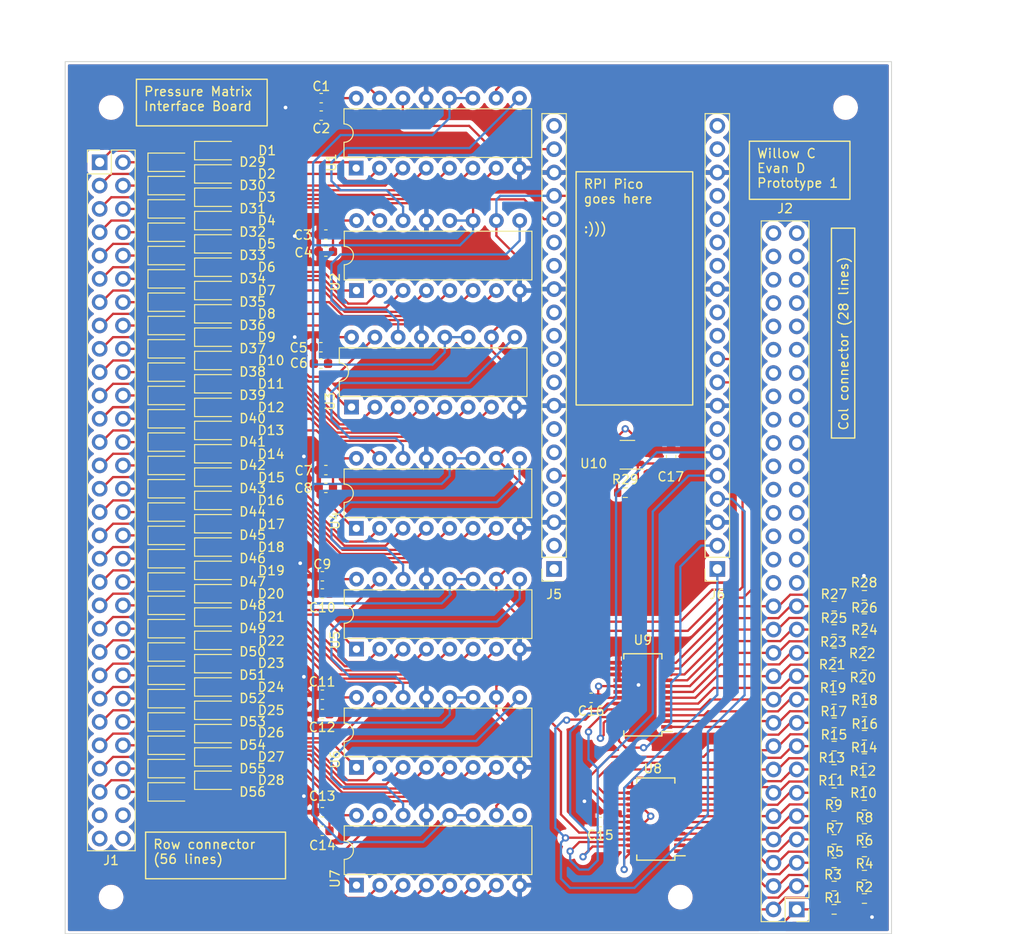
<source format=kicad_pcb>
(kicad_pcb (version 20221018) (generator pcbnew)
  (layers (0 "F.Cu" signal) (1 "In1.Cu" power "GND") (2 "In2.Cu" power "PWR") (31 "B.Cu" signal) (34 "B.Paste" user) (35 "F.Paste" user) (36 "B.SilkS" user "B.Silkscreen") (37 "F.SilkS" user "F.Silkscreen") (38 "B.Mask" user) (39 "F.Mask" user) (44 "Edge.Cuts" user))
  (net 0 "")
  (net 1 "+3V3")
  (net 2 "GND")
  (net 3 "Net-(U10-+)")
  (net 4 "Net-(D1-K)")
  (net 5 "/Interface Board/SOUT1")
  (net 6 "Net-(D2-K)")
  (net 7 "/Interface Board/SOUT3")
  (net 8 "Net-(D3-K)")
  (net 9 "/Interface Board/SOUT5")
  (net 10 "Net-(D4-K)")
  (net 11 "/Interface Board/SOUT7")
  (net 12 "Net-(D5-K)")
  (net 13 "/Interface Board/SOUT9")
  (net 14 "Net-(D6-K)")
  (net 15 "/Interface Board/SOUT11")
  (net 16 "Net-(D7-K)")
  (net 17 "/Interface Board/SOUT13")
  (net 18 "Net-(D8-K)")
  (net 19 "/Interface Board/SOUT15")
  (net 20 "Net-(D9-K)")
  (net 21 "/Interface Board/SOUT17")
  (net 22 "Net-(D10-K)")
  (net 23 "/Interface Board/SOUT19")
  (net 24 "Net-(D11-K)")
  (net 25 "/Interface Board/SOUT21")
  (net 26 "Net-(D12-K)")
  (net 27 "/Interface Board/SOUT23")
  (net 28 "Net-(D13-K)")
  (net 29 "/Interface Board/SOUT25")
  (net 30 "Net-(D14-K)")
  (net 31 "/Interface Board/SOUT27")
  (net 32 "Net-(D15-K)")
  (net 33 "/Interface Board/SOUT29")
  (net 34 "Net-(D16-K)")
  (net 35 "/Interface Board/SOUT31")
  (net 36 "Net-(D17-K)")
  (net 37 "/Interface Board/SOUT33")
  (net 38 "Net-(D18-K)")
  (net 39 "/Interface Board/SOUT35")
  (net 40 "Net-(D19-K)")
  (net 41 "/Interface Board/SOUT37")
  (net 42 "Net-(D20-K)")
  (net 43 "/Interface Board/SOUT39")
  (net 44 "Net-(D21-K)")
  (net 45 "/Interface Board/SOUT41")
  (net 46 "Net-(D22-K)")
  (net 47 "/Interface Board/SOUT43")
  (net 48 "Net-(D23-K)")
  (net 49 "/Interface Board/SOUT45")
  (net 50 "Net-(D24-K)")
  (net 51 "/Interface Board/SOUT47")
  (net 52 "Net-(D25-K)")
  (net 53 "/Interface Board/SOUT49")
  (net 54 "Net-(D26-K)")
  (net 55 "/Interface Board/SOUT51")
  (net 56 "Net-(D27-K)")
  (net 57 "/Interface Board/SOUT53")
  (net 58 "Net-(D28-K)")
  (net 59 "/Interface Board/SOUT55")
  (net 60 "Net-(D29-K)")
  (net 61 "/Interface Board/SOUT2")
  (net 62 "Net-(D30-K)")
  (net 63 "/Interface Board/SOUT4")
  (net 64 "Net-(D31-K)")
  (net 65 "/Interface Board/SOUT6")
  (net 66 "Net-(D32-K)")
  (net 67 "/Interface Board/SOUT8")
  (net 68 "Net-(D33-K)")
  (net 69 "/Interface Board/SOUT10")
  (net 70 "Net-(D34-K)")
  (net 71 "/Interface Board/SOUT12")
  (net 72 "Net-(D35-K)")
  (net 73 "/Interface Board/SOUT14")
  (net 74 "Net-(D36-K)")
  (net 75 "/Interface Board/SOUT16")
  (net 76 "Net-(D37-K)")
  (net 77 "/Interface Board/SOUT18")
  (net 78 "Net-(D38-K)")
  (net 79 "/Interface Board/SOUT20")
  (net 80 "Net-(D39-K)")
  (net 81 "/Interface Board/SOUT22")
  (net 82 "Net-(D40-K)")
  (net 83 "/Interface Board/SOUT24")
  (net 84 "Net-(D41-K)")
  (net 85 "/Interface Board/SOUT26")
  (net 86 "Net-(D42-K)")
  (net 87 "/Interface Board/SOUT28")
  (net 88 "Net-(D43-K)")
  (net 89 "/Interface Board/SOUT30")
  (net 90 "Net-(D44-K)")
  (net 91 "/Interface Board/SOUT32")
  (net 92 "Net-(D45-K)")
  (net 93 "/Interface Board/SOUT34")
  (net 94 "Net-(D46-K)")
  (net 95 "/Interface Board/SOUT36")
  (net 96 "Net-(D47-K)")
  (net 97 "/Interface Board/SOUT38")
  (net 98 "Net-(D48-K)")
  (net 99 "/Interface Board/SOUT40")
  (net 100 "Net-(D49-K)")
  (net 101 "/Interface Board/SOUT42")
  (net 102 "Net-(D50-K)")
  (net 103 "/Interface Board/SOUT44")
  (net 104 "Net-(D51-K)")
  (net 105 "/Interface Board/SOUT46")
  (net 106 "Net-(D52-K)")
  (net 107 "/Interface Board/SOUT48")
  (net 108 "Net-(D53-K)")
  (net 109 "/Interface Board/SOUT50")
  (net 110 "Net-(D54-K)")
  (net 111 "/Interface Board/SOUT52")
  (net 112 "Net-(D55-K)")
  (net 113 "/Interface Board/SOUT54")
  (net 114 "Net-(D56-K)")
  (net 115 "/Interface Board/SOUT56")
  (net 120 "/Interface Board/ADC_IN1")
  (net 121 "/Interface Board/ADC_IN2")
  (net 122 "/Interface Board/ADC_IN3")
  (net 123 "/Interface Board/ADC_IN4")
  (net 124 "/Interface Board/ADC_IN5")
  (net 125 "/Interface Board/ADC_IN6")
  (net 126 "/Interface Board/ADC_IN7")
  (net 127 "/Interface Board/ADC_IN8")
  (net 128 "/Interface Board/ADC_IN9")
  (net 129 "/Interface Board/ADC_IN10")
  (net 130 "/Interface Board/ADC_IN11")
  (net 131 "/Interface Board/ADC_IN12")
  (net 132 "/Interface Board/ADC_IN13")
  (net 133 "/Interface Board/ADC_IN14")
  (net 134 "/Interface Board/ADC_IN15")
  (net 135 "/Interface Board/ADC_IN16")
  (net 136 "/Interface Board/ADC_IN17")
  (net 137 "/Interface Board/ADC_IN18")
  (net 138 "/Interface Board/ADC_IN19")
  (net 139 "/Interface Board/ADC_IN20")
  (net 140 "/Interface Board/ADC_IN21")
  (net 141 "/Interface Board/ADC_IN22")
  (net 142 "/Interface Board/ADC_IN23")
  (net 143 "/Interface Board/ADC_IN24")
  (net 144 "/Interface Board/ADC_IN25")
  (net 145 "/Interface Board/ADC_IN26")
  (net 146 "/Interface Board/ADC_IN27")
  (net 147 "/Interface Board/ADC_IN28")
  (net 183 "/Interface Board/3V3_Pico")
  (net 192 "/Interface Board/SH_CLK")
  (net 193 "/Interface Board/SH_CLR")
  (net 194 "/Interface Board/SH_SERIN")
  (net 195 "/Interface Board/SH_SEROUT")
  (net 196 "/Interface Board/ADC1_EOC")
  (net 197 "/Interface Board/ADC2_EOC")
  (net 198 "/Interface Board/SPI0_SCK")
  (net 199 "/Interface Board/SPI0_TX")
  (net 200 "/Interface Board/SPI0_RX")
  (net 202 "/Interface Board/CS0")
  (net 203 "/Interface Board/CS1")
  (net 212 "Net-(U1-QH')")
  (net 213 "Net-(U2-QH')")
  (net 214 "Net-(U3-QH')")
  (net 215 "/Interface Board/SER5")
  (net 216 "Net-(U5-QH')")
  (net 217 "Net-(U6-QH')")
  (net 218 "/Interface Board/SER_OUT")
  (footprint "Capacitor_SMD:C_0603_1608Metric" (layer "F.Cu") (at 121.393708 106.429455 180)
    (fp_text reference "C8")
    (fp_text value "0.1uF")
  )
  (footprint "Diode_SMD:D_SOD-123" (layer "F.Cu") (at 104.375708 86.201727)
    (fp_text reference "D35")
    (fp_text value "MMSD4148")
  )
  (footprint "Diode_SMD:D_SOD-123" (layer "F.Cu") (at 104.375708 88.741727)
    (fp_text reference "D36")
    (fp_text value "MMSD4148")
  )
  (footprint "Diode_SMD:D_SOD-123" (layer "F.Cu") (at 109.455708 72.231727)
    (fp_text reference "D2")
    (fp_text value "MMSD4148")
  )
  (footprint "Resistor_SMD:R_0603_1608Metric" (layer "F.Cu") (at 176.753328 149.797397)
    (fp_text reference "R3")
    (fp_text value "100k")
  )
  (footprint "Diode_SMD:D_SOD-123" (layer "F.Cu") (at 104.375708 134.461727)
    (fp_text reference "D54")
    (fp_text value "MMSD4148")
  )
  (footprint "Capacitor_SMD:C_0603_1608Metric" (layer "F.Cu") (at 121.012186 116.05402 180)
    (fp_text reference "C9")
    (fp_text value "1uF")
  )
  (footprint "Diode_SMD:D_SOD-123" (layer "F.Cu") (at 109.455708 112.871727)
    (fp_text reference "D18")
    (fp_text value "MMSD4148")
  )
  (footprint "Diode_SMD:D_SOD-123" (layer "F.Cu") (at 104.375708 111.601727)
    (fp_text reference "D45")
    (fp_text value "MMSD4148")
  )
  (footprint "Diode_SMD:D_SOD-123" (layer "F.Cu") (at 109.455708 130.651727)
    (fp_text reference "D25")
    (fp_text value "MMSD4148")
  )
  (footprint "Diode_SMD:D_SOD-123" (layer "F.Cu") (at 109.455708 105.251727)
    (fp_text reference "D15")
    (fp_text value "MMSD4148")
  )
  (footprint "Resistor_SMD:R_0603_1608Metric" (layer "F.Cu") (at 176.753328 137.097397)
    (fp_text reference "R13")
    (fp_text value "100k")
  )
  (footprint "Capacitor_SMD:C_0603_1608Metric" (layer "F.Cu") (at 121.012186 143.780959 180)
    (fp_text reference "C14")
    (fp_text value "0.1uF")
  )
  (footprint "Diode_SMD:D_SOD-123" (layer "F.Cu") (at 109.455708 95.091727)
    (fp_text reference "D11")
    (fp_text value "MMSD4148")
  )
  (footprint "Diode_SMD:D_SOD-123" (layer "F.Cu") (at 104.375708 76.041727)
    (fp_text reference "D31")
    (fp_text value "MMSD4148")
  )
  (footprint "Diode_SMD:D_SOD-123" (layer "F.Cu") (at 104.375708 137.001727)
    (fp_text reference "D55")
    (fp_text value "MMSD4148")
  )
  (footprint "Resistor_SMD:R_0603_1608Metric" (layer "F.Cu") (at 180.051682 130.831965)
    (fp_text reference "R18")
    (fp_text value "100k")
  )
  (footprint "Diode_SMD:D_SOD-123" (layer "F.Cu") (at 109.455708 92.551727)
    (fp_text reference "D10")
    (fp_text value "MMSD4148")
  )
  (footprint "Diode_SMD:D_SOD-123" (layer "F.Cu") (at 104.375708 73.501727)
    (fp_text reference "D30")
    (fp_text value "MMSD4148")
  )
  (footprint "Diode_SMD:D_SOD-123" (layer "F.Cu") (at 104.375708 106.521727)
    (fp_text reference "D43")
    (fp_text value "MMSD4148")
  )
  (footprint "Resistor_SMD:R_0603_1608Metric" (layer "F.Cu") (at 176.753328 119.317397)
    (fp_text reference "R27")
    (fp_text value "100k")
  )
  (footprint "Resistor_SMD:R_0603_1608Metric" (layer "F.Cu") (at 180.051682 128.291965)
    (fp_text reference "R20")
    (fp_text value "100k")
  )
  (footprint "Diode_SMD:D_SOD-123" (layer "F.Cu") (at 104.375708 139.541727)
    (fp_text reference "D56")
    (fp_text value "MMSD4148")
  )
  (footprint "Capacitor_SMD:C_0603_1608Metric" (layer "F.Cu") (at 121.012186 117.926861 180)
    (fp_text reference "C10")
    (fp_text value "0.1uF")
  )
  (footprint "Resistor_SMD:R_0603_1608Metric" (layer "F.Cu") (at 176.753328 121.857397)
    (fp_text reference "R25")
    (fp_text value "100k")
  )
  (footprint "Resistor_SMD:R_0603_1608Metric" (layer "F.Cu") (at 176.753328 142.177397)
    (fp_text reference "R9")
    (fp_text value "100k")
  )
  (footprint "Package_DIP:DIP-16_W7.62mm" (layer "F.Cu") (at 124.725708 84.931727 90)
    (fp_text reference "U2")
    (fp_text value "74HC595")
  )
  (footprint "Diode_SMD:D_SOD-123" (layer "F.Cu") (at 109.455708 115.411727)
    (fp_text reference "D19")
    (fp_text value "MMSD4148")
  )
  (footprint "Connector_PinSocket_2.54mm:PinSocket_1x20_P2.54mm_Vertical" (layer "F.Cu") (at 146.250708 115.255141 180)
    (fp_text reference "J5")
    (fp_text value "PicoPinSocketB")
  )
  (footprint "Diode_SMD:D_SOD-123" (layer "F.Cu") (at 109.455708 90.011727)
    (fp_text reference "D9")
    (fp_text value "MMSD4148")
  )
  (footprint "Resistor_SMD:R_0603_1608Metric" (layer "F.Cu") (at 180.051682 120.671965)
    (fp_text reference "R26")
    (fp_text value "100k")
  )
  (footprint "Capacitor_SMD:C_0603_1608Metric" (layer "F.Cu") (at 120.885708 65.881727 180)
    (fp_text reference "C2")
    (fp_text value "0.1uF")
  )
  (footprint "Resistor_SMD:R_0603_1608Metric" (layer "F.Cu") (at 180.051682 123.211965)
    (fp_text reference "R24")
    (fp_text value "100k")
  )
  (footprint "Capacitor_SMD:C_0603_1608Metric" (layer "F.Cu") (at 150.283528 129.294598 180)
    (fp_text reference "C16")
    (fp_text value ".1uF")
  )
  (footprint "Connector_PinHeader_2.54mm:PinHeader_2x30_P2.54mm_Vertical" (layer "F.Cu") (at 96.755708 70.961727)
    (fp_text reference "J1")
    (fp_text value "02x30_Shift_Register_Connector")
  )
  (footprint "Resistor_SMD:R_0603_1608Metric" (layer "F.Cu") (at 176.753328 139.637397)
    (fp_text reference "R11")
    (fp_text value "100k")
  )
  (footprint "Capacitor_SMD:C_0603_1608Metric" (layer "F.Cu") (at 121.393708 104.489727 180)
    (fp_text reference "C7")
    (fp_text value "1uF")
  )
  (footprint "Capacitor_SMD:C_0603_1608Metric" (layer "F.Cu") (at 120.855708 91.108373 180)
    (fp_text reference "C5")
    (fp_text value "1uF")
  )
  (footprint "Package_DIP:DIP-16_W7.62mm" (layer "F.Cu") (at 124.725708 136.870022 90)
    (fp_text reference "U6")
    (fp_text value "74HC595")
  )
  (footprint "Diode_SMD:D_SOD-123" (layer "F.Cu") (at 109.455708 87.471727)
    (fp_text reference "D8")
    (fp_text value "MMSD4148")
  )
  (footprint "Diode_SMD:D_SOD-123" (layer "F.Cu") (at 104.375708 109.061727)
    (fp_text reference "D44")
    (fp_text value "MMSD4148")
  )
  (footprint "Resistor_SMD:R_0603_1608Metric" (layer "F.Cu") (at 180.051682 148.611965)
    (fp_text reference "R4")
    (fp_text value "100k")
  )
  (footprint "Resistor_SMD:R_0603_1608Metric" (layer "F.Cu") (at 180.051682 135.911965)
    (fp_text reference "R14")
    (fp_text value "100k")
  )
  (footprint "Diode_SMD:D_SOD-123" (layer "F.Cu") (at 104.375708 103.981727)
    (fp_text reference "D42")
    (fp_text value "MMSD4148")
  )
  (footprint "MountingHole:MountingHole_2.2mm_M2" (layer "F.Cu") (at 160 151)
    (fp_text reference "REF**" hide)
    (fp_text value "MountingHole_2.2mm_M2")
  )
  (footprint "Capacitor_SMD:C_0603_1608Metric" (layer "F.Cu") (at 159 103 90)
    (fp_text reference "C17")
    (fp_text value "0.1uF")
  )
  (footprint "Package_DIP:DIP-16_W7.62mm" (layer "F.Cu") (at 124.187708 97.631727 90)
    (fp_text reference "U3")
    (fp_text value "74HC595")
  )
  (footprint "Resistor_SMD:R_0603_1608Metric" (layer "F.Cu") (at 180.051682 118.131965)
    (fp_text reference "R28")
    (fp_text value "100k")
  )
  (footprint "Diode_SMD:D_SOD-123" (layer "F.Cu") (at 104.375708 78.581727)
    (fp_text reference "D32")
    (fp_text value "MMSD4148")
  )
  (footprint "Package_SO:SSOP-24_3.9x8.7mm_P0.635mm" (layer "F.Cu") (at 155.917328 128.969397 180)
    (fp_text reference "U9")
    (fp_text value "MAX11643EEG")
  )
  (footprint "Diode_SMD:D_SOD-123" (layer "F.Cu") (at 109.455708 79.851727)
    (fp_text reference "D5")
    (fp_text value "MMSD4148")
  )
  (footprint "Resistor_SMD:R_0603_1608Metric" (layer "F.Cu") (at 180.051682 151.151965)
    (fp_text reference "R2")
    (fp_text value "100k")
  )
  (footprint "Diode_SMD:D_SOD-123" (layer "F.Cu") (at 109.455708 138.271727)
    (fp_text reference "D28")
    (fp_text value "MMSD4148")
  )
  (footprint "MountingHole:MountingHole_2.2mm_M2" (layer "F.Cu") (at 178 65)
    (fp_text reference "REF**" hide)
    (fp_text value "MountingHole_2.2mm_M2")
  )
  (footprint "Capacitor_SMD:C_0603_1608Metric" (layer "F.Cu") (at 121.393708 80.693704 180)
    (fp_text reference "C4")
    (fp_text value "0.1uF")
  )
  (footprint "Diode_SMD:D_SOD-123" (layer "F.Cu") (at 104.375708 116.681727)
    (fp_text reference "D47")
    (fp_text value "MMSD4148")
  )
  (footprint "Package_DIP:DIP-16_W7.62mm" (layer "F.Cu") (at 124.725708 149.701727 90)
    (fp_text reference "U7")
    (fp_text value "74HC595")
  )
  (footprint "Package_DIP:DIP-16_W7.62mm" (layer "F.Cu") (at 124.710708 110.829727 90)
    (fp_text reference "U4")
    (fp_text value "74HC595")
  )
  (footprint "Diode_SMD:D_SOD-123" (layer "F.Cu") (at 109.455708 82.391727)
    (fp_text reference "D6")
    (fp_text value "MMSD4148")
  )
  (footprint "Diode_SMD:D_SOD-123" (layer "F.Cu") (at 109.455708 102.711727)
    (fp_text reference "D14")
    (fp_text value "MMSD4148")
  )
  (footprint "Diode_SMD:D_SOD-123" (layer "F.Cu") (at 109.455708 120.491727)
    (fp_text reference "D21")
    (fp_text value "MMSD4148")
  )
  (footprint "Capacitor_SMD:C_0603_1608Metric" (layer "F.Cu") (at 121.012186 131.056588 180)
    (fp_text reference "C12")
    (fp_text value "0.1uF")
  )
  (footprint "Diode_SMD:D_SOD-123" (layer "F.Cu") (at 104.375708 83.661727)
    (fp_text reference "D34")
    (fp_text value "MMSD4148")
  )
  (footprint "MountingHole:MountingHole_2.2mm_M2" (layer "F.Cu") (at 98 151)
    (fp_text reference "REF**" hide)
    (fp_text value "MountingHole_2.2mm_M2")
  )
  (footprint "Resistor_SMD:R_0603_1608Metric" (layer "F.Cu") (at 176.753328 126.937397)
    (fp_text reference "R21")
    (fp_text value "100k")
  )
  (footprint "Diode_SMD:D_SOD-123" (layer "F.Cu") (at 104.375708 129.381727)
    (fp_text reference "D52")
    (fp_text value "MMSD4148")
  )
  (footprint "Diode_SMD:D_SOD-123" (layer "F.Cu") (at 104.375708 131.921727)
    (fp_text reference "D53")
    (fp_text value "MMSD4148")
  )
  (footprint "Diode_SMD:D_SOD-123" (layer "F.Cu") (at 109.455708 74.771727)
    (fp_text reference "D3")
    (fp_text value "MMSD4148")
  )
  (footprint "Diode_SMD:D_SOD-123" (layer "F.Cu") (at 109.455708 123.031727)
    (fp_text reference "D22")
    (fp_text value "MMSD4148")
  )
  (footprint "Capacitor_SMD:C_0603_1608Metric" (layer "F.Cu") (at 121.393708 78.835727 180)
    (fp_text reference "C3")
    (fp_text value "1uF")
  )
  (footprint "Diode_SMD:D_SOD-123" (layer "F.Cu") (at 109.455708 110.331727)
    (fp_text reference "D17")
    (fp_text value "MMSD4148")
  )
  (footprint "Capacitor_SMD:C_0603_1608Metric" (layer "F.Cu") (at 120.855708 92.892031 180)
    (fp_text reference "C6")
    (fp_text value "0.1uF")
  )
  (footprint "Connector_PinHeader_2.54mm:PinHeader_2x30_P2.54mm_Vertical" (layer "F.Cu") (at 172.681328 152.337397 180)
    (fp_text reference "J2")
    (fp_text value "02x30_ADC_Connector")
  )
  (footprint "Resistor_SMD:R_0603_1608Metric" (layer "F.Cu") (at 180.051682 140.991965)
    (fp_text reference "R10")
    (fp_text value "100k")
  )
  (footprint "Diode_SMD:D_SOD-123" (layer "F.Cu") (at 109.455708 77.311727)
    (fp_text reference "D4")
    (fp_text value "MMSD4148")
  )
  (footprint "Resistor_SMD:R_0603_1608Metric" (layer "F.Cu") (at 180.051682 138.451965)
    (fp_text reference "R12")
    (fp_text value "100k")
  )
  (footprint "Diode_SMD:D_SOD-123" (layer "F.Cu") (at 104.375708 98.901727)
    (fp_text reference "D40")
    (fp_text value "MMSD4148")
  )
  (footprint "Diode_SMD:D_SOD-123" (layer "F.Cu") (at 104.375708 114.141727)
    (fp_text reference "D46")
    (fp_text value "MMSD4148")
  )
  (footprint "Package_DIP:DIP-16_W7.62mm" (layer "F.Cu") (at 124.695708 71.596727 90)
    (fp_text reference "U1")
    (fp_text value "74HC595")
  )
  (footprint "Diode_SMD:D_SOD-123" (layer "F.Cu") (at 104.375708 70.961727)
    (fp_text reference "D29")
    (fp_text value "MMSD4148")
  )
  (footprint "Capacitor_SMD:C_0603_1608Metric" (layer "F.Cu") (at 151.289438 142.825064 180)
    (fp_text reference "C15")
    (fp_text value ".1uF")
  )
  (footprint "Diode_SMD:D_SOD-123" (layer "F.Cu") (at 109.455708 133.191727)
    (fp_text reference "D26")
    (fp_text value "MMSD4148")
  )
  (footprint "Resistor_SMD:R_0603_1608Metric" (layer "F.Cu") (at 176.753328 147.257397)
    (fp_text reference "R5")
    (fp_text value "100k")
  )
  (footprint "Resistor_SMD:R_0603_1608Metric" (layer "F.Cu") (at 176.753328 144.717397)
    (fp_text reference "R7")
    (fp_text value "100k")
  )
  (footprint "Package_TO_SOT_SMD:SOT-23-5" (layer "F.Cu") (at 154.233742 102.818391 180)
    (fp_text reference "U10")
    (fp_text value "LM321")
  )
  (footprint "Diode_SMD:D_SOD-123" (layer "F.Cu") (at 104.375708 119.221727)
    (fp_text reference "D48")
    (fp_text value "MMSD4148")
  )
  (footprint "Diode_SMD:D_SOD-123" (layer "F.Cu") (at 104.375708 101.441727)
    (fp_text reference "D41")
    (fp_text value "MMSD4148")
  )
  (footprint "Capacitor_SMD:C_0603_1608Metric" (layer "F.Cu") (at 121.012186 128.96079 180)
    (fp_text reference "C11")
    (fp_text value "1uF")
  )
  (footprint "Diode_SMD:D_SOD-123" (layer "F.Cu") (at 104.375708 121.761727)
    (fp_text reference "D49")
    (fp_text value "MMSD4148")
  )
  (footprint "Resistor_SMD:R_0603_1608Metric" (layer "F.Cu") (at 176.753328 132.017397)
    (fp_text reference "R17")
    (fp_text value "100k")
  )
  (footprint "Diode_SMD:D_SOD-123" (layer "F.Cu") (at 109.455708 97.659742)
    (fp_text reference "D12")
    (fp_text value "MMSD4148")
  )
  (footprint "Diode_SMD:D_SOD-123" (layer "F.Cu") (at 104.375708 91.281727)
    (fp_text reference "D37")
    (fp_text value "MMSD4148")
  )
  (footprint "Resistor_SMD:R_0603_1608Metric" (layer "F.Cu") (at 180.051682 133.371965)
    (fp_text reference "R16")
    (fp_text value "100k")
  )
  (footprint "Resistor_SMD:R_0603_1608Metric" (layer "F.Cu") (at 176.753328 124.397397)
    (fp_text reference "R23")
    (fp_text value "100k")
  )
  (footprint "Diode_SMD:D_SOD-123" (layer "F.Cu") (at 104.375708 93.821727)
    (fp_text reference "D38")
    (fp_text value "MMSD4148")
  )
  (footprint "Diode_SMD:D_SOD-123" (layer "F.Cu") (at 109.455708 125.571727)
    (fp_text reference "D23")
    (fp_text value "MMSD4148")
  )
  (footprint "Capacitor_SMD:C_0603_1608Metric" (layer "F.Cu") (at 121.012186 141.752048 180)
    (fp_text reference "C13")
    (fp_text value "1uF")
  )
  (footprint "Package_SO:SSOP-24_3.9x8.7mm_P0.635mm" (layer "F.Cu") (at 157.33094 142.49844 180)
    (fp_text reference "U8")
    (fp_text value "MAX11643EEG")
  )
  (footprint "Diode_SMD:D_SOD-123" (layer "F.Cu") (at 109.455708 117.951727)
    (fp_text reference "D20")
    (fp_text value "MMSD4148")
  )
  (footprint "Resistor_SMD:R_0603_1608Metric" (layer "F.Cu") (at 176.753328 152.337397)
    (fp_text reference "R1")
    (fp_text value "100k")
  )
  (footprint "Diode_SMD:D_SOD-123" (layer "F.Cu") (at 109.455708 84.931727)
    (fp_text reference "D7")
    (fp_text value "MMSD4148")
  )
  (footprint "Diode_SMD:D_SOD-123" (layer "F.Cu") (at 104.375708 96.361727)
    (fp_text reference "D39")
    (fp_text value "MMSD4148")
  )
  (footprint "Resistor_SMD:R_0603_1608Metric" (layer "F.Cu") (at 180.051682 143.531965)
    (fp_text reference "R8")
    (fp_text value "100k")
  )
  (footprint "Diode_SMD:D_SOD-123" (layer "F.Cu") (at 104.375708 126.841727)
    (fp_text reference "D51")
    (fp_text value "MMSD4148")
  )
  (footprint "Diode_SMD:D_SOD-123" (layer "F.Cu") (at 109.455708 100.171727)
    (fp_text reference "D13")
    (fp_text value "MMSD4148")
  )
  (footprint "Resistor_SMD:R_0603_1608Metric" (layer "F.Cu") (at 176.753328 129.477397)
    (fp_text reference "R19")
    (fp_text value "100k")
  )
  (footprint "Capacitor_SMD:C_0603_1608Metric" (layer "F.Cu") (at 120.885708 63.976727 180)
    (fp_text reference "C1")
    (fp_text value "1uF")
  )
  (footprint "Diode_SMD:D_SOD-123" (layer "F.Cu") (at 109.455708 135.731727)
    (fp_text reference "D27")
    (fp_text value "MMSD4148")
  )
  (footprint "Connector_PinSocket_2.54mm:PinSocket_1x20_P2.54mm_Vertical" (layer "F.Cu") (at 164.030708 115.255141 180)
    (fp_text reference "J6")
    (fp_text value "PicoPinSocketA")
  )
  (footprint "Package_DIP:DIP-16_W7.62mm" (layer "F.Cu") (at 124.725708 123.989585 90)
    (fp_text reference "U5")
    (fp_text value "74HC595")
  )
  (footprint "Diode_SMD:D_SOD-123" (layer "F.Cu") (at 109.455708 107.791727)
    (fp_text reference "D16")
    (fp_text value "MMSD4148")
  )
  (footprint "Resistor_SMD:R_0603_1608Metric" (layer "F.Cu") (at 176.753328 134.557397)
    (fp_text reference "R15")
    (fp_text value "100k")
  )
  (footprint "Resistor_SMD:R_0603_1608Metric" (layer "F.Cu") (at 154 106.948391)
    (fp_text reference "R29")
    (fp_text value "100k")
  )
  (footprint "Diode_SMD:D_SOD-123" (layer "F.Cu") (at 104.375708 81.121727)
    (fp_text reference "D33")
    (fp_text value "MMSD4148")
  )
  (footprint "Diode_SMD:D_SOD-123" (layer "F.Cu") (at 104.375708 124.301727)
    (fp_text reference "D50")
    (fp_text value "MMSD4148")
  )
  (footprint "Diode_SMD:D_SOD-123" (layer "F.Cu") (at 109.455708 128.111727)
    (fp_text reference "D24")
    (fp_text value "MMSD4148")
  )
  (footprint "Resistor_SMD:R_0603_1608Metric" (layer "F.Cu") (at 180.051682 125.751965)
    (fp_text reference "R22")
    (fp_text value "100k")
  )
  (footprint "MountingHole:MountingHole_2.2mm_M2" (layer "F.Cu") (at 98 65)
    (fp_text reference "REF**" hide)
    (fp_text value "MountingHole_2.2mm_M2")
  )
  (footprint "Diode_SMD:D_SOD-123" (layer "F.Cu") (at 109.455708 69.691727)
    (fp_text reference "D1")
    (fp_text value "MMSD4148")
  )
  (footprint "Resistor_SMD:R_0603_1608Metric" (layer "F.Cu") (at 180.051682 146.071965)
    (fp_text reference "R6")
    (fp_text value "100k")
  )
  (gr_rect (start 93 60) (end 183 155) (stroke (width 0.1)) (fill none) (layer "Edge.Cuts"))
  (gr_text_box "RPI Pico\ngoes here\n\n:)))" (start 148.65 72) (end 161.35 97.4) (layer "F.SilkS") (effects (font (size 1 1)) (justify left top)) (stroke (width 0.15)))
  (gr_text_box "Willow C\nEvan D\nPrototype 1" (start 167.52501 68.668721) (end 178.474991 75) (layer "F.SilkS") (effects (font (size 1 1)) (justify left top)) (stroke (width 0.15)))
  (gr_text_box "Row connector\n(56 lines)" (start 101.76 143.92) (end 117 149) (layer "F.SilkS") (effects (font (size 1 1)) (justify left top)) (stroke (width 0.15)))
  (gr_text_box "Pressure Matrix Interface Board" (start 100.76 61.92) (end 115 67) (layer "F.SilkS") (effects (font (size 1 1)) (justify left top)) (stroke (width 0.15)))
  (gr_text_box "Col connector (28 lines)" (start 176.46 101) (end 179 78.14) (angle 90) (layer "F.SilkS") (effects (font (size 1 1)) (justify left top)) (stroke (width 0.15)))
  (segment (start 122.168708 78.835727) (end 122.168708 77.806727) (width 0.25) (layer "F.Cu") (net 1))
  (segment (start 156.71465 142.070115) (end 156.18973 141.545195) (width 0.25) (layer "F.Cu") (net 1))
  (segment (start 124.710708 103.209727) (end 123.448708 103.209727) (width 0.25) (layer "F.Cu") (net 1))
  (segment (start 153.317328 128.016897) (end 151.383292 128.016897) (width 0.25) (layer "F.Cu") (net 1))
  (segment (start 122.663708 77.311727) (end 124.725708 77.311727) (width 0.25) (layer "F.Cu") (net 1))
  (segment (start 153.309627 129.294598) (end 153.317328 129.286897) (width 0.25) (layer "F.Cu") (net 1))
  (segment (start 121.787186 128.96079) (end 121.787186 131.056588) (width 0.25) (layer "F.Cu") (net 1))
  (segment (start 121.787186 143.780959) (end 121.787186 141.752048) (width 0.25) (layer "F.Cu") (net 1))
  (segment (start 122.168708 78.835727) (end 122.168708 80.693704) (width 0.25) (layer "F.Cu") (net 1))
  (segment (start 152.073562 142.81594) (end 152.064438 142.825064) (width 0.25) (layer "F.Cu") (net 1))
  (segment (start 154.192333 100) (end 155.371242 101.178909) (width 0.25) (layer "F.Cu") (net 1))
  (segment (start 121.787186 116.05402) (end 121.787186 117.926861) (width 0.25) (layer "F.Cu") (net 1))
  (segment (start 122.727354 90.011727) (end 121.630708 91.108373) (width 0.25) (layer "F.Cu") (net 1))
  (segment (start 154.013436 100) (end 154.013436 100) (width 0.25) (layer "F.Cu") (net 1))
  (segment (start 153 101.772149) (end 153 101) (width 0.25) (layer "F.Cu") (net 1))
  (segment (start 153 101) (end 153.013436 101) (width 0.25) (layer "F.Cu") (net 1))
  (segment (start 124.187708 90.011727) (end 122.727354 90.011727) (width 0.25) (layer "F.Cu") (net 1))
  (segment (start 123.448708 103.209727) (end 122.168708 104.489727) (width 0.25) (layer "F.Cu") (net 1))
  (segment (start 121.787186 128.96079) (end 122.076418 129.250022) (width 0.25) (layer "F.Cu") (net 1))
  (segment (start 156.71465 142.242218) (end 156.772018 142.18485) (width 0.25) (layer "F.Cu") (net 1))
  (segment (start 151.058528 128.341661) (end 151.058528 129.294598) (width 0.25) (layer "F.Cu") (net 1))
  (segment (start 121.630708 91.108373) (end 121.630708 92.892031) (width 0.25) (layer "F.Cu") (net 1))
  (segment (start 121.787186 116.05402) (end 122.102751 116.369585) (width 0.25) (layer "F.Cu") (net 1))
  (segment (start 122.168708 104.489727) (end 122.168708 106.429455) (width 0.25) (layer "F.Cu") (net 1))
  (segment (start 154.013436 100) (end 154.192333 100) (width 0.25) (layer "F.Cu") (net 1))
  (segment (start 153.096242 101.868391) (end 153 101.772149) (width 0.25) (layer "F.Cu") (net 1))
  (segment (start 156.772018 142.18485) (end 156.71465 142.127482) (width 0.25) (layer "F.Cu") (net 1))
  (segment (start 154.73094 142.81594) (end 152.073562 142.81594) (width 0.25) (layer "F.Cu") (net 1))
  (segment (start 154 100.013436) (end 154 100) (width 0.25) (layer "F.Cu") (net 1))
  (segment (start 154.73094 142.81594) (end 156.178428 142.81594) (width 0.25) (layer "F.Cu") (net 1))
  (segment (start 155.546685 141.545195) (end 155.54594 141.54594) (width 0.25) (layer "F.Cu") (net 1))
  (segment (start 122.101897 78.768916) (end 122.168708 78.835727) (width 0.25) (layer "F.Cu") (net 1))
  (segment (start 122.168708 77.806727) (end 122.663708 77.311727) (width 0.25) (layer "F.Cu") (net 1))
  (segment (start 155.371242 101.178909) (end 155.371242 101.868391) (width 0.25) (layer "F.Cu") (net 1))
  (segment (start 154 100) (end 154.013436 100) (width 0.25) (layer "F.Cu") (net 1))
  (segment (start 156.71465 142.127482) (end 156.71465 142.070115) (width 0.25) (layer "F.Cu") (net 1))
  (segment (start 156.178428 142.81594) (end 156.71465 142.279718) (width 0.25) (layer "F.Cu") (net 1))
  (segment (start 122.076418 129.250022) (end 124.725708 129.250022) (width 0.25) (layer "F.Cu") (net 1))
  (segment (start 122.102751 116.369585) (end 124.725708 116.369585) (width 0.25) (layer "F.Cu") (net 1))
  (segment (start 121.660708 63.976727) (end 121.660708 65.881727) (width 0.25) (layer "F.Cu") (net 1))
  (segment (start 121.787186 141.752048) (end 122.116865 142.081727) (width 0.25) (layer "F.Cu") (net 1))
  (segment (start 124.695708 63.976727) (end 121.660708 63.976727) (width 0.25) (layer "F.Cu") (net 1))
  (segment (start 155.54594 141.54594) (end 154.73094 141.54594) (width 0.25) (layer "F.Cu") (net 1))
  (segment (start 151.058528 129.294598) (end 153.309627 129.294598) (width 0.25) (layer "F.Cu") (net 1))
  (segment (start 156.18973 141.545195) (end 155.546685 141.545195) (width 0.25) (layer "F.Cu") (net 1))
  (segment (start 153.013436 101) (end 154 100.013436) (width 0.25) (layer "F.Cu") (net 1))
  (segment (start 122.116865 142.081727) (end 124.725708 142.081727) (width 0.25) (layer "F.Cu") (net 1))
  (segment (start 156.71465 142.279718) (end 156.71465 142.242218) (width 0.25) (layer "F.Cu") (net 1))
  (via (at 151.097737 128.033995) (size 0.8) (drill 0.4) (layers "F.Cu" "B.Cu") (net 1))
  (via (at 156.772018 142.18485) (size 0.8) (drill 0.4) (layers "F.Cu" "B.Cu") (net 1))
  (via (at 154 100) (size 0.8) (drill 0.4) (layers "F.Cu" "B.Cu") (net 1))
  (segment (start 160.524859 97.475141) (end 164.030708 97.475141) (width 0.25) (layer "F.Cu") (net 2))
  (segment (start 157.528639 102.225) (end 159 102.225) (width 0.25) (layer "F.Cu") (net 2))
  (segment (start 120.237186 141.752048) (end 120.237186 143.780959) (width 0.25) (layer "F.Cu") (net 2))
  (segment (start 153.435907 142.18094) (end 153 141.745033) (width 0.25) (layer "F.Cu") (net 2))
  (segment (start 177.578328 152.337397) (end 180.850874 152.337397) (width 0.25) (layer "F.Cu") (net 2))
  (segment (start 150.435584 142.74621) (end 150.514438 142.825064) (width 0.25) (layer "F.Cu") (net 2))
  (segment (start 120.110708 63.976727) (end 118.023273 63.976727) (width 0.25) (layer "F.Cu") (net 2))
  (segment (start 159 102.225) (end 159 99) (width 0.25) (layer "F.Cu") (net 2))
  (segment (start 180.876682 118.131965) (end 180.876682 116.876682) (width 0.25) (layer "F.Cu") (net 2))
  (segment (start 180.876682 118.131965) (end 180.876682 151.151965) (width 0.25) (layer "F.Cu") (net 2))
  (segment (start 155.133442 127.381897) (end 153.317328 127.381897) (width 0.25) (layer "F.Cu") (net 2))
  (segment (start 120.080708 91.108373) (end 119.108373 91.108373) (width 0.25) (layer "F.Cu") (net 2))
  (segment (start 119.489727 104.489727) (end 119 104) (width 0.25) (layer "F.Cu") (net 2))
  (segment (start 120.237186 128.96079) (end 120.237186 131.056588) (width 0.25) (layer "F.Cu") (net 2))
  (segment (start 119.96079 128.96079) (end 119 128) (width 0.25) (layer "F.Cu") (net 2))
  (segment (start 120.110708 63.976727) (end 120.110708 65.881727) (width 0.25) (layer "F.Cu") (net 2))
  (segment (start 119.108373 91.108373) (end 118 90) (width 0.25) (layer "F.Cu") (net 2))
  (segment (start 180.876682 151.151965) (end 180.876682 153.175055) (width 0.25) (layer "F.Cu") (net 2))
  (segment (start 180.876682 153.175055) (end 180.736216 153.315521) (width 0.25) (layer "F.Cu") (net 2))
  (segment (start 153.317328 128.651897) (end 154.852454 128.651897) (width 0.25) (layer "F.Cu") (net 2))
  (segment (start 149.448528 129.234598) (end 149.508528 129.294598) (width 0.25) (layer "F.Cu") (net 2))
  (segment (start 150.233948 127.050903) (end 150.243045 127.050903) (width 0.25) (layer "F.Cu") (net 2))
  (segment (start 120.618708 106.429455) (end 120.618708 104.489727) (width 0.25) (layer "F.Cu") (net 2))
  (segment (start 120.237186 141.237186) (end 119 140) (width 0.25) (layer "F.Cu") (net 2))
  (segment (start 180.876682 116.876682) (end 180 116) (width 0.25) (layer "F.Cu") (net 2))
  (segment (start 120.237186 116.05402) (end 120.017474 116.05402) (width 0.25) (layer "F.Cu") (net 2))
  (segment (start 120.618708 78.835727) (end 118.164273 78.835727) (width 0.25) (layer "F.Cu") (net 2))
  (segment (start 155.371242 102.818391) (end 156.935248 102.818391) (width 0.25) (layer "F.Cu") (net 2))
  (segment (start 159 99) (end 160.524859 97.475141) (width 0.25) (layer "F.Cu") (net 2))
  (segment (start 118.023273 63.976727) (end 117 65) (width 0.25) (layer "F.Cu") (net 2))
  (segment (start 120.080708 91.108373) (end 120.080708 92.892031) (width 0.25) (layer "F.Cu") (net 2))
  (segment (start 120.017474 116.05402) (end 118.598427 114.634973) (width 0.25) (layer "F.Cu") (net 2))
  (segment (start 120.237186 141.752048) (end 120.237186 141.237186) (width 0.25) (layer "F.Cu") (net 2))
  (segment (start 149.555401 142.74621) (end 149.555401 140.563264) (width 0.25) (layer "F.Cu") (net 2))
  (segment (start 153 141.745033) (end 149.555401 141.745033) (width 0.25) (layer "F.Cu") (net 2))
  (segment (start 180.850874 152.337397) (end 180.876682 152.311589) (width 0.25) (layer "F.Cu") (net 2))
  (segment (start 120.618708 78.835727) (end 120.618708 80.693704) (width 0.25) (layer "F.Cu") (net 2))
  (segment (start 119 128) (end 119 127) (width 0.25) (layer "F.Cu") (net 2))
  (segment (start 150.233948 127.050903) (end 149.448528 127.836323) (width 0.25) (layer "F.Cu") (net 2))
  (segment (start 118.164273 78.835727) (end 118 79) (width 0.25) (layer "F.Cu") (net 2))
  (segment (start 120.237186 116.05402) (end 120.237186 117.926861) (width 0.25) (layer "F.Cu") (net 2))
  (segment (start 154.73094 142.18094) (end 153.435907 142.18094) (width 0.25) (layer "F.Cu") (net 2))
  (segment (start 155.373948 128.130403) (end 155.373948 127.96271) (width 0.25) (layer "F.Cu") (net 2))
  (segment (start 150.243045 127.050903) (end 151.182051 126.111897) (width 0.25) (layer "F.Cu") (net 2))
  (segment (start 156.935248 102.818391) (end 157.528639 102.225) (width 0.25) (layer "F.Cu") (net 2))
  (segment (start 151.182051 126.111897) (end 153.317328 126.111897) (width 0.25) (layer "F.Cu") (net 2))
  (segment (start 149.555401 142.74621) (end 150.435584 142.74621) (width 0.25) (layer "F.Cu") (net 2))
  (segment (start 120.618708 104.489727) (end 119.489727 104.489727) (width 0.25) (layer "F.Cu") (net 2))
  (segment (start 120.237186 128.96079) (end 119.96079 128.96079) (width 0.25) (layer "F.Cu") (net 2))
  (segment (start 149.448528 127.836323) (end 149.448528 129.234598) (width 0.25) (layer "F.Cu") (net 2))
  (segment (start 155.444365 127.892293) (end 155.373948 127.821876) (width 0.25) (layer "F.Cu") (net 2))
  (segment (start 153.317328 125.476897) (end 153.317328 127.381897) (width 0.25) (layer "F.Cu") (net 2))
  (segment (start 155.373948 127.821876) (end 155.373948 127.622403) (width 0.25) (layer "F.Cu") (net 2))
  (segment (start 155.373948 127.96271) (end 155.444365 127.892293) (width 0.25) (layer "F.Cu") (net 2))
  (segment (start 154.852454 128.651897) (end 155.373948 128.130403) (width 0.25) (layer "F.Cu") (net 2))
  (segment (start 119 104) (end 119 103) (width 0.25) (layer "F.Cu") (net 2))
  (segment (start 155.373948 127.622403) (end 155.133442 127.381897) (width 0.25) (layer "F.Cu") (net 2))
  (via (at 118 90) (size 0.8) (drill 0.4) (layers "F.Cu" "B.Cu") (net 2))
  (via (at 119 127) (size 0.8) (drill 0.4) (layers "F.Cu" "B.Cu") (net 2))
  (via (at 119 103) (size 0.8) (drill 0.4) (layers "F.Cu" "B.Cu") (net 2))
  (via (at 180 116) (size 0.8) (drill 0.4) (layers "F.Cu" "B.Cu") (net 2))
  (via (at 117 65) (size 0.8) (drill 0.4) (layers "F.Cu" "B.Cu") (net 2))
  (via (at 180.876682 153.175055) (size 0.8) (drill 0.4) (layers "F.Cu" "B.Cu") (net 2))
  (via (at 118 79) (size 0.8) (drill 0.4) (layers "F.Cu" "B.Cu") (net 2))
  (via (at 119 140) (size 0.8) (drill 0.4) (layers "F.Cu" "B.Cu") (net 2))
  (via (at 149.555401 140.563264) (size 0.8) (drill 0.4) (layers "F.Cu" "B.Cu") (net 2))
  (via (at 118.598427 114.634973) (size 0.8) (drill 0.4) (layers "F.Cu" "B.Cu") (net 2))
  (via (at 155.444365 127.892293) (size 0.8) (drill 0.4) (layers "F.Cu" "B.Cu") (net 2))
  (segment (start 154.825 106.948391) (end 155.371242 106.402149) (width 0.25) (layer "F.Cu") (net 3))
  (segment (start 155.371242 103.768391) (end 158.993391 103.768391) (width 0.25) (layer "F.Cu") (net 3))
  (segment (start 155.371242 106.402149) (end 155.371242 103.768391) (width 0.25) (layer "F.Cu") (net 3))
  (segment (start 158.993391 103.768391) (end 159 103.775) (width 0.25) (layer "F.Cu") (net 3))
  (segment (start 98.025708 69.691727) (end 96.755708 70.961727) (width 0.25) (layer "F.Cu") (net 4))
  (segment (start 107.805708 69.691727) (end 98.025708 69.691727) (width 0.25) (layer "F.Cu") (net 4))
  (segment (start 111.105708 66.771727) (end 115.805708 62.071727) (width 0.25) (layer "F.Cu") (net 5))
  (segment (start 115.805708 62.071727) (end 125.330708 62.071727) (width 0.25) (layer "F.Cu") (net 5))
  (segment (start 111.105708 69.691727) (end 111.105708 66.771727) (width 0.25) (layer "F.Cu") (net 5))
  (segment (start 125.330708 62.071727) (end 127.235708 63.976727) (width 0.25) (layer "F.Cu") (net 5))
  (segment (start 98.025708 72.231727) (end 96.755708 73.501727) (width 0.25) (layer "F.Cu") (net 6))
  (segment (start 107.805708 72.231727) (end 98.025708 72.231727) (width 0.25) (layer "F.Cu") (net 6))
  (segment (start 122.917708 72.231727) (end 123.679708 72.993727) (width 0.25) (layer "F.Cu") (net 7))
  (segment (start 125.838708 72.993727) (end 127.235708 71.596727) (width 0.25) (layer "F.Cu") (net 7))
  (segment (start 123.679708 72.993727) (end 125.838708 72.993727) (width 0.25) (layer "F.Cu") (net 7))
  (segment (start 111.105708 72.231727) (end 122.917708 72.231727) (width 0.25) (layer "F.Cu") (net 7))
  (segment (start 107.805708 74.771727) (end 98.025708 74.771727) (width 0.25) (layer "F.Cu") (net 8))
  (segment (start 98.025708 74.771727) (end 96.755708 76.041727) (width 0.25) (layer "F.Cu") (net 8))
  (segment (start 111.105708 74.771727) (end 113.011708 74.771727) (width 0.25) (layer "F.Cu") (net 9))
  (segment (start 113.011708 74.771727) (end 113.773708 74.009727) (width 0.25) (layer "F.Cu") (net 9))
  (segment (start 129.902708 74.009727) (end 132.315708 71.596727) (width 0.25) (layer "F.Cu") (net 9))
  (segment (start 113.773708 74.009727) (end 129.902708 74.009727) (width 0.25) (layer "F.Cu") (net 9))
  (segment (start 98.025708 77.311727) (end 96.755708 78.581727) (width 0.25) (layer "F.Cu") (net 10))
  (segment (start 107.805708 77.311727) (end 98.025708 77.311727) (width 0.25) (layer "F.Cu") (net 10))
  (segment (start 134.024708 74.967727) (end 137.395708 71.596727) (width 0.25) (layer "F.Cu") (net 11))
  (segment (start 114.722104 74.967727) (end 134.024708 74.967727) (width 0.25) (layer "F.Cu") (net 11))
  (segment (start 111.105708 77.311727) (end 112.378104 77.311727) (width 0.25) (layer "F.Cu") (net 11))
  (segment (start 112.378104 77.311727) (end 114.722104 74.967727) (width 0.25) (layer "F.Cu") (net 11))
  (segment (start 107.995708 79.851727) (end 98.215708 79.851727) (width 0.25) (layer "F.Cu") (net 12))
  (segment (start 98.215708 79.851727) (end 96.945708 81.121727) (width 0.25) (layer "F.Cu") (net 12))
  (segment (start 112.249708 79.851727) (end 116.233708 75.867727) (width 0.25) (layer "F.Cu") (net 13))
  (segment (start 111.105708 79.851727) (end 112.249708 79.851727) (width 0.25) (layer "F.Cu") (net 13))
  (segment (start 116.233708 75.867727) (end 125.821708 75.867727) (width 0.25) (layer "F.Cu") (net 13))
  (segment (start 125.821708 75.867727) (end 127.265708 77.311727) (width 0.25) (layer "F.Cu") (net 13))
  (segment (start 98.215708 82.391727) (end 96.945708 83.661727) (width 0.25) (layer "F.Cu") (net 14))
  (segment (start 107.995708 82.391727) (end 98.215708 82.391727) (width 0.25) (layer "F.Cu") (net 14))
  (segment (start 123.834917 86.356936) (end 120.827708 83.349727) (width 0.25) (layer "F.Cu") (net 15))
  (segment (start 127.265708 84.931727) (end 125.840499 86.356936) (width 0.25) (layer "F.Cu") (net 15))
  (segment (start 120.827708 83.349727) (end 118.921312 83.349727) (width 0.25) (layer "F.Cu") (net 15))
  (segment (start 125.840499 86.356936) (end 123.834917 86.356936) (width 0.25) (layer "F.Cu") (net 15))
  (segment (start 117.963312 82.391727) (end 111.105708 82.391727) (width 0.25) (layer "F.Cu") (net 15))
  (segment (start 118.921312 83.349727) (end 117.963312 82.391727) (width 0.25) (layer "F.Cu") (net 15))
  (segment (start 98.215708 84.931727) (end 96.945708 86.201727) (width 0.25) (layer "F.Cu") (net 16))
  (segment (start 107.995708 84.931727) (end 98.215708 84.931727) (width 0.25) (layer "F.Cu") (net 16))
  (segment (start 130.020499 87.256936) (end 132.345708 84.931727) (width 0.25) (layer "F.Cu") (net 17))
  (segment (start 111.105708 84.931727) (end 121.127312 84.931727) (width 0.25) (layer "F.Cu") (net 17))
  (segment (start 121.127312 84.931727) (end 123.452521 87.256936) (width 0.25) (layer "F.Cu") (net 17))
  (segment (start 123.452521 87.256936) (end 130.020499 87.256936) (width 0.25) (layer "F.Cu") (net 17))
  (segment (start 107.995708 87.471727) (end 98.215708 87.471727) (width 0.25) (layer "F.Cu") (net 18))
  (segment (start 98.215708 87.471727) (end 96.945708 88.741727) (width 0.25) (layer "F.Cu") (net 18))
  (segment (start 122.39452 87.471727) (end 123.079729 88.156936) (width 0.25) (layer "F.Cu") (net 19))
  (segment (start 123.079729 88.156936) (end 134.200499 88.156936) (width 0.25) (layer "F.Cu") (net 19))
  (segment (start 134.200499 88.156936) (end 137.425708 84.931727) (width 0.25) (layer "F.Cu") (net 19))
  (segment (start 111.105708 87.471727) (end 122.39452 87.471727) (width 0.25) (layer "F.Cu") (net 19))
  (segment (start 98.215708 90.011727) (end 96.945708 91.281727) (width 0.25) (layer "F.Cu") (net 20))
  (segment (start 107.995708 90.011727) (end 98.215708 90.011727) (width 0.25) (layer "F.Cu") (net 20))
  (segment (start 119.615708 94.329727) (end 122.409708 94.329727) (width 0.25) (layer "F.Cu") (net 21))
  (segment (start 122.409708 94.329727) (end 126.727708 90.011727) (width 0.25) (layer "F.Cu") (net 21))
  (segment (start 115.297708 90.011727) (end 119.615708 94.329727) (width 0.25) (layer "F.Cu") (net 21))
  (segment (start 111.105708 90.011727) (end 115.297708 90.011727) (width 0.25) (layer "F.Cu") (net 21))
  (segment (start 107.995708 92.551727) (end 98.215708 92.551727) (width 0.25) (layer "F.Cu") (net 22))
  (segment (start 98.215708 92.551727) (end 96.945708 93.821727) (width 0.25) (layer "F.Cu") (net 22))
  (segment (start 123.07351 99.060321) (end 125.299114 99.060321) (width 0.25) (layer "F.Cu") (net 23))
  (segment (start 111.105708 92.551727) (end 116.564916 92.551727) (width 0.25) (layer "F.Cu") (net 23))
  (segment (start 116.564916 92.551727) (end 123.07351 99.060321) (width 0.25) (layer "F.Cu") (net 23))
  (segment (start 125.299114 99.060321) (end 126.727708 97.631727) (width 0.25) (layer "F.Cu") (net 23))
  (segment (start 98.215708 95.091727) (end 96.945708 96.361727) (width 0.25) (layer "F.Cu") (net 24))
  (segment (start 107.995708 95.091727) (end 98.215708 95.091727) (width 0.25) (layer "F.Cu") (net 24))
  (segment (start 117.832124 95.091727) (end 122.700718 99.960321) (width 0.25) (layer "F.Cu") (net 25))
  (segment (start 129.479114 99.960321) (end 131.807708 97.631727) (width 0.25) (layer "F.Cu") (net 25))
  (segment (start 111.105708 95.091727) (end 117.832124 95.091727) (width 0.25) (layer "F.Cu") (net 25))
  (segment (start 122.700718 99.960321) (end 129.479114 99.960321) (width 0.25) (layer "F.Cu") (net 25))
  (segment (start 98.215708 97.631727) (end 96.945708 98.901727) (width 0.25) (layer "F.Cu") (net 26))
  (segment (start 98.215708 97.631727) (end 96.945708 98.901727) (width 0.25) (layer "F.Cu") (net 26))
  (segment (start 107.995708 97.631727) (end 98.215708 97.631727) (width 0.25) (layer "F.Cu") (net 26))
  (segment (start 107.995708 97.631727) (end 98.215708 97.631727) (width 0.25) (layer "F.Cu") (net 26))
  (segment (start 119.127347 97.659742) (end 122.327926 100.860321) (width 0.25) (layer "F.Cu") (net 27))
  (segment (start 133.659114 100.860321) (end 136.887708 97.631727) (width 0.25) (layer "F.Cu") (net 27))
  (segment (start 122.327926 100.860321) (end 133.659114 100.860321) (width 0.25) (layer "F.Cu") (net 27))
  (segment (start 111.105708 97.659742) (end 119.127347 97.659742) (width 0.25) (layer "F.Cu") (net 27))
  (segment (start 107.995708 100.171727) (end 98.215708 100.171727) (width 0.25) (layer "F.Cu") (net 28))
  (segment (start 98.215708 100.171727) (end 96.945708 101.441727) (width 0.25) (layer "F.Cu") (net 28))
  (segment (start 125.801302 101.760321) (end 127.250708 103.209727) (width 0.25) (layer "F.Cu") (net 29))
  (segment (start 111.105708 100.171727) (end 120.36654 100.171727) (width 0.25) (layer "F.Cu") (net 29))
  (segment (start 121.955134 101.760321) (end 125.801302 101.760321) (width 0.25) (layer "F.Cu") (net 29))
  (segment (start 120.36654 100.171727) (end 121.955134 101.760321) (width 0.25) (layer "F.Cu") (net 29))
  (segment (start 98.215708 102.711727) (end 96.945708 103.981727) (width 0.25) (layer "F.Cu") (net 30))
  (segment (start 107.995708 102.711727) (end 98.215708 102.711727) (width 0.25) (layer "F.Cu") (net 30))
  (segment (start 123.594763 112.278782) (end 125.801653 112.278782) (width 0.25) (layer "F.Cu") (net 31))
  (segment (start 114.027708 102.711727) (end 123.594763 112.278782) (width 0.25) (layer "F.Cu") (net 31))
  (segment (start 125.801653 112.278782) (end 127.250708 110.829727) (width 0.25) (layer "F.Cu") (net 31))
  (segment (start 111.105708 102.711727) (end 114.027708 102.711727) (width 0.25) (layer "F.Cu") (net 31))
  (segment (start 98.215708 105.251727) (end 96.945708 106.521727) (width 0.25) (layer "F.Cu") (net 32))
  (segment (start 107.995708 105.251727) (end 98.215708 105.251727) (width 0.25) (layer "F.Cu") (net 32))
  (segment (start 129.981653 113.178782) (end 132.330708 110.829727) (width 0.25) (layer "F.Cu") (net 33))
  (segment (start 123.221971 113.178782) (end 129.981653 113.178782) (width 0.25) (layer "F.Cu") (net 33))
  (segment (start 115.294916 105.251727) (end 123.221971 113.178782) (width 0.25) (layer "F.Cu") (net 33))
  (segment (start 111.105708 105.251727) (end 115.294916 105.251727) (width 0.25) (layer "F.Cu") (net 33))
  (segment (start 107.995708 107.791727) (end 98.215708 107.791727) (width 0.25) (layer "F.Cu") (net 34))
  (segment (start 98.215708 107.791727) (end 96.945708 109.061727) (width 0.25) (layer "F.Cu") (net 34))
  (segment (start 116.562124 107.791727) (end 122.849179 114.078782) (width 0.25) (layer "F.Cu") (net 35))
  (segment (start 111.105708 107.791727) (end 116.562124 107.791727) (width 0.25) (layer "F.Cu") (net 35))
  (segment (start 122.849179 114.078782) (end 134.161653 114.078782) (width 0.25) (layer "F.Cu") (net 35))
  (segment (start 134.161653 114.078782) (end 137.410708 110.829727) (width 0.25) (layer "F.Cu") (net 35))
  (segment (start 107.995708 110.331727) (end 98.215708 110.331727) (width 0.25) (layer "F.Cu") (net 36))
  (segment (start 98.215708 110.331727) (end 96.945708 111.601727) (width 0.25) (layer "F.Cu") (net 36))
  (segment (start 117.075708 118.459727) (end 118.345708 119.729727) (width 0.25) (layer "F.Cu") (net 37))
  (segment (start 111.105708 110.331727) (end 115.043708 110.331727) (width 0.25) (layer "F.Cu") (net 37))
  (segment (start 123.905566 119.729727) (end 127.265708 116.369585) (width 0.25) (layer "F.Cu") (net 37))
  (segment (start 115.043708 110.331727) (end 117.075708 112.363727) (width 0.25) (layer "F.Cu") (net 37))
  (segment (start 118.345708 119.729727) (end 123.905566 119.729727) (width 0.25) (layer "F.Cu") (net 37))
  (segment (start 117.075708 112.363727) (end 117.075708 118.459727) (width 0.25) (layer "F.Cu") (net 37))
  (segment (start 98.215708 112.871727) (end 96.945708 114.141727) (width 0.25) (layer "F.Cu") (net 38))
  (segment (start 107.995708 112.871727) (end 98.215708 112.871727) (width 0.25) (layer "F.Cu") (net 38))
  (segment (start 116.117708 113.691727) (end 116.117708 118.205727) (width 0.25) (layer "F.Cu") (net 39))
  (segment (start 116.117708 118.205727) (end 116.117708 118.774519) (width 0.25) (layer "F.Cu") (net 39))
  (segment (start 116.117708 118.774519) (end 118.088916 120.745727) (width 0.25) (layer "F.Cu") (net 39))
  (segment (start 111.105708 112.871727) (end 115.297708 112.871727) (width 0.25) (layer "F.Cu") (net 39))
  (segment (start 127.265708 123.989585) (end 125.852886 125.402407) (width 0.25) (layer "F.Cu") (net 39))
  (segment (start 125.852886 125.402407) (end 123.764388 125.402407) (width 0.25) (layer "F.Cu") (net 39))
  (segment (start 115.297708 112.871727) (end 116.117708 113.691727) (width 0.25) (layer "F.Cu") (net 39))
  (segment (start 118.088916 120.745727) (end 119.107708 120.745727) (width 0.25) (layer "F.Cu") (net 39))
  (segment (start 123.764388 125.402407) (end 119.107708 120.745727) (width 0.25) (layer "F.Cu") (net 39))
  (segment (start 98.215708 115.411727) (end 96.945708 116.681727) (width 0.25) (layer "F.Cu") (net 40))
  (segment (start 107.995708 115.411727) (end 98.215708 115.411727) (width 0.25) (layer "F.Cu") (net 40))
  (segment (start 111.105708 115.411727) (end 114.535708 115.411727) (width 0.25) (layer "F.Cu") (net 41))
  (segment (start 115.217708 116.093727) (end 115.217708 119.147311) (width 0.25) (layer "F.Cu") (net 41))
  (segment (start 118.599708 121.761727) (end 123.140388 126.302407) (width 0.25) (layer "F.Cu") (net 41))
  (segment (start 115.217708 119.147311) (end 117.832124 121.761727) (width 0.25) (layer "F.Cu") (net 41))
  (segment (start 117.832124 121.761727) (end 118.599708 121.761727) (width 0.25) (layer "F.Cu") (net 41))
  (segment (start 123.140388 126.302407) (end 130.032886 126.302407) (width 0.25) (layer "F.Cu") (net 41))
  (segment (start 114.535708 115.411727) (end 115.217708 116.093727) (width 0.25) (layer "F.Cu") (net 41))
  (segment (start 130.032886 126.302407) (end 132.345708 123.989585) (width 0.25) (layer "F.Cu") (net 41))
  (segment (start 107.995708 117.951727) (end 98.215708 117.951727) (width 0.25) (layer "F.Cu") (net 42))
  (segment (start 98.215708 117.951727) (end 96.945708 119.221727) (width 0.25) (layer "F.Cu") (net 42))
  (segment (start 114.281708 118.459727) (end 114.281708 119.484103) (width 0.25) (layer "F.Cu") (net 43))
  (segment (start 114.281708 119.484103) (end 117.459332 122.661727) (width 0.25) (layer "F.Cu") (net 43))
  (segment (start 122.494388 127.202407) (end 134.212886 127.202407) (width 0.25) (layer "F.Cu") (net 43))
  (segment (start 113.773708 117.951727) (end 114.281708 118.459727) (width 0.25) (layer "F.Cu") (net 43))
  (segment (start 117.459332 122.661727) (end 117.953708 122.661727) (width 0.25) (layer "F.Cu") (net 43))
  (segment (start 117.953708 122.661727) (end 122.494388 127.202407) (width 0.25) (layer "F.Cu") (net 43))
  (segment (start 111.105708 117.951727) (end 113.773708 117.951727) (width 0.25) (layer "F.Cu") (net 43))
  (segment (start 134.212886 127.202407) (end 137.425708 123.989585) (width 0.25) (layer "F.Cu") (net 43))
  (segment (start 98.215708 120.491727) (end 96.945708 121.761727) (width 0.25) (layer "F.Cu") (net 44))
  (segment (start 107.995708 120.491727) (end 98.215708 120.491727) (width 0.25) (layer "F.Cu") (net 44))
  (segment (start 117.329708 125.063727) (end 117.329708 132.429727) (width 0.25) (layer "F.Cu") (net 45))
  (segment (start 112.757708 120.491727) (end 117.329708 125.063727) (width 0.25) (layer "F.Cu") (net 45))
  (segment (start 118.599708 133.699727) (end 122.816003 133.699727) (width 0.25) (layer "F.Cu") (net 45))
  (segment (start 117.329708 132.429727) (end 118.599708 133.699727) (width 0.25) (layer "F.Cu") (net 45))
  (segment (start 111.105708 120.491727) (end 112.757708 120.491727) (width 0.25) (layer "F.Cu") (net 45))
  (segment (start 122.816003 133.699727) (end 127.265708 129.250022) (width 0.25) (layer "F.Cu") (net 45))
  (segment (start 98.215708 123.031727) (end 96.945708 124.301727) (width 0.25) (layer "F.Cu") (net 46))
  (segment (start 107.995708 123.031727) (end 98.215708 123.031727) (width 0.25) (layer "F.Cu") (net 46))
  (segment (start 111.105708 123.031727) (end 114.024916 123.031727) (width 0.25) (layer "F.Cu") (net 47))
  (segment (start 123.753785 138.271727) (end 125.864003 138.271727) (width 0.25) (layer "F.Cu") (net 47))
  (segment (start 125.864003 138.271727) (end 127.265708 136.870022) (width 0.25) (layer "F.Cu") (net 47))
  (segment (start 120.081785 134.599727) (end 123.753785 138.271727) (width 0.25) (layer "F.Cu") (net 47))
  (segment (start 116.312312 125.319123) (end 116.312312 132.685123) (width 0.25) (layer "F.Cu") (net 47))
  (segment (start 118.226916 134.599727) (end 120.081785 134.599727) (width 0.25) (layer "F.Cu") (net 47))
  (segment (start 116.312312 132.685123) (end 118.226916 134.599727) (width 0.25) (layer "F.Cu") (net 47))
  (segment (start 114.024916 123.031727) (end 116.312312 125.319123) (width 0.25) (layer "F.Cu") (net 47))
  (segment (start 98.215708 125.571727) (end 96.945708 126.841727) (width 0.25) (layer "F.Cu") (net 48))
  (segment (start 107.995708 125.571727) (end 98.215708 125.571727) (width 0.25) (layer "F.Cu") (net 48))
  (segment (start 115.412312 125.940331) (end 115.412312 133.057915) (width 0.25) (layer "F.Cu") (net 49))
  (segment (start 130.044003 139.171727) (end 132.345708 136.870022) (width 0.25) (layer "F.Cu") (net 49))
  (segment (start 119.708993 135.499727) (end 123.380993 139.171727) (width 0.25) (layer "F.Cu") (net 49))
  (segment (start 117.854124 135.499727) (end 119.708993 135.499727) (width 0.25) (layer "F.Cu") (net 49))
  (segment (start 115.043708 125.571727) (end 115.412312 125.940331) (width 0.25) (layer "F.Cu") (net 49))
  (segment (start 115.412312 133.057915) (end 117.854124 135.499727) (width 0.25) (layer "F.Cu") (net 49))
  (segment (start 123.380993 139.171727) (end 130.044003 139.171727) (width 0.25) (layer "F.Cu") (net 49))
  (segment (start 111.105708 125.571727) (end 115.043708 125.571727) (width 0.25) (layer "F.Cu") (net 49))
  (segment (start 107.995708 128.111727) (end 98.215708 128.111727) (width 0.25) (layer "F.Cu") (net 50))
  (segment (start 98.215708 128.111727) (end 96.945708 129.381727) (width 0.25) (layer "F.Cu") (net 50))
  (segment (start 113.519708 128.111727) (end 114.512312 129.104331) (width 0.25) (layer "F.Cu") (net 51))
  (segment (start 134.224003 140.071727) (end 137.425708 136.870022) (width 0.25) (layer "F.Cu") (net 51))
  (segment (start 118.599708 136.399727) (end 122.271708 140.071727) (width 0.25) (layer "F.Cu") (net 51))
  (segment (start 117.481332 136.399727) (end 118.599708 136.399727) (width 0.25) (layer "F.Cu") (net 51))
  (segment (start 114.512312 133.430707) (end 117.481332 136.399727) (width 0.25) (layer "F.Cu") (net 51))
  (segment (start 111.105708 128.111727) (end 113.519708 128.111727) (width 0.25) (layer "F.Cu") (net 51))
  (segment (start 114.512312 129.104331) (end 114.512312 133.430707) (width 0.25) (layer "F.Cu") (net 51))
  (segment (start 122.271708 140.071727) (end 134.224003 140.071727) (width 0.25) (layer "F.Cu") (net 51))
  (segment (start 107.995708 130.651727) (end 98.215708 130.651727) (width 0.25) (layer "F.Cu") (net 52))
  (segment (start 98.215708 130.651727) (end 96.945708 131.921727) (width 0.25) (layer "F.Cu") (net 52))
  (segment (start 118.345708 145.891727) (end 123.455708 145.891727) (width 0.25) (layer "F.Cu") (net 53))
  (segment (start 123.455708 145.891727) (end 127.265708 142.081727) (width 0.25) (layer "F.Cu") (net 53))
  (segment (start 113.519708 133.828123) (end 117.583708 137.892123) (width 0.25) (layer "F.Cu") (net 53))
  (segment (start 113.011708 130.651727) (end 113.519708 131.159727) (width 0.25) (layer "F.Cu") (net 53))
  (segment (start 117.583708 137.892123) (end 117.583708 145.129727) (width 0.25) (layer "F.Cu") (net 53))
  (segment (start 113.519708 131.159727) (end 113.519708 133.828123) (width 0.25) (layer "F.Cu") (net 53))
  (segment (start 111.105708 130.651727) (end 113.011708 130.651727) (width 0.25) (layer "F.Cu") (net 53))
  (segment (start 117.583708 145.129727) (end 118.345708 145.891727) (width 0.25) (layer "F.Cu") (net 53))
  (segment (start 107.995708 133.191727) (end 98.215708 133.191727) (width 0.25) (layer "F.Cu") (net 54))
  (segment (start 98.215708 133.191727) (end 96.945708 134.461727) (width 0.25) (layer "F.Cu") (net 54))
  (segment (start 119.48361 146.849727) (end 123.722017 151.088134) (width 0.25) (layer "F.Cu") (net 55))
  (segment (start 123.722017 151.088134) (end 125.879301 151.088134) (width 0.25) (layer "F.Cu") (net 55))
  (segment (start 116.629114 138.210321) (end 116.629114 145.447925) (width 0.25) (layer "F.Cu") (net 55))
  (segment (start 111.995708 133.191727) (end 112.503708 133.699727) (width 0.25) (layer "F.Cu") (net 55))
  (segment (start 111.105708 133.191727) (end 111.995708 133.191727) (width 0.25) (layer "F.Cu") (net 55))
  (segment (start 112.503708 134.084915) (end 116.629114 138.210321) (width 0.25) (layer "F.Cu") (net 55))
  (segment (start 116.629114 145.447925) (end 118.030916 146.849727) (width 0.25) (layer "F.Cu") (net 55))
  (segment (start 125.879301 151.088134) (end 127.265708 149.701727) (width 0.25) (layer "F.Cu") (net 55))
  (segment (start 118.030916 146.849727) (end 119.48361 146.849727) (width 0.25) (layer "F.Cu") (net 55))
  (segment (start 112.503708 133.699727) (end 112.503708 134.084915) (width 0.25) (layer "F.Cu") (net 55))
  (segment (start 98.215708 135.731727) (end 96.945708 137.001727) (width 0.25) (layer "F.Cu") (net 56))
  (segment (start 107.995708 135.731727) (end 98.215708 135.731727) (width 0.25) (layer "F.Cu") (net 56))
  (segment (start 119.175312 147.865727) (end 123.297719 151.988134) (width 0.25) (layer "F.Cu") (net 57))
  (segment (start 130.059301 151.988134) (end 132.345708 149.701727) (width 0.25) (layer "F.Cu") (net 57))
  (segment (start 115.484718 138.338717) (end 115.484718 145.576321) (width 0.25) (layer "F.Cu") (net 57))
  (segment (start 123.297719 151.988134) (end 130.059301 151.988134) (width 0.25) (layer "F.Cu") (net 57))
  (segment (start 117.774124 147.865727) (end 119.175312 147.865727) (width 0.25) (layer "F.Cu") (net 57))
  (segment (start 112.877728 135.731727) (end 115.484718 138.338717) (width 0.25) (layer "F.Cu") (net 57))
  (segment (start 111.105708 135.731727) (end 112.877728 135.731727) (width 0.25) (layer "F.Cu") (net 57))
  (segment (start 115.484718 145.576321) (end 117.774124 147.865727) (width 0.25) (layer "F.Cu") (net 57))
  (segment (start 98.025708 138.271727) (end 96.755708 139.541727) (width 0.25) (layer "F.Cu") (net 58))
  (segment (start 107.805708 138.271727) (end 98.025708 138.271727) (width 0.25) (layer "F.Cu") (net 58))
  (segment (start 111.105708 138.271727) (end 113.773708 138.271727) (width 0.25) (layer "F.Cu") (net 59))
  (segment (start 117.401332 148.765727) (end 118.80252 148.765727) (width 0.25) (layer "F.Cu") (net 59))
  (segment (start 113.773708 138.271727) (end 114.584718 139.082737) (width 0.25) (layer "F.Cu") (net 59))
  (segment (start 114.584718 145.949113) (end 117.401332 148.765727) (width 0.25) (layer "F.Cu") (net 59))
  (segment (start 134.239301 152.888134) (end 137.425708 149.701727) (width 0.25) (layer "F.Cu") (net 59))
  (segment (start 114.584718 139.082737) (end 114.584718 145.949113) (width 0.25) (layer "F.Cu") (net 59))
  (segment (start 122.924927 152.888134) (end 134.239301 152.888134) (width 0.25) (layer "F.Cu") (net 59))
  (segment (start 118.80252 148.765727) (end 122.924927 152.888134) (width 0.25) (layer "F.Cu") (net 59))
  (segment (start 99.295708 70.961727) (end 102.725708 70.961727) (width 0.25) (layer "F.Cu") (net 60))
  (segment (start 106.025708 70.961727) (end 124.060708 70.961727) (width 0.25) (layer "F.Cu") (net 61))
  (segment (start 124.060708 70.961727) (end 124.695708 71.596727) (width 0.25) (layer "F.Cu") (net 61))
  (segment (start 99.295708 73.501727) (end 102.725708 73.501727) (width 0.25) (layer "F.Cu") (net 62))
  (segment (start 106.025708 73.501727) (end 127.870708 73.501727) (width 0.25) (layer "F.Cu") (net 63))
  (segment (start 127.870708 73.501727) (end 129.775708 71.596727) (width 0.25) (layer "F.Cu") (net 63))
  (segment (start 99.295708 76.041727) (end 102.725708 76.041727) (width 0.25) (layer "F.Cu") (net 64))
  (segment (start 113.011708 76.041727) (end 114.535708 74.517727) (width 0.25) (layer "F.Cu") (net 65))
  (segment (start 131.934708 74.517727) (end 134.855708 71.596727) (width 0.25) (layer "F.Cu") (net 65))
  (segment (start 114.535708 74.517727) (end 131.934708 74.517727) (width 0.25) (layer "F.Cu") (net 65))
  (segment (start 106.025708 76.041727) (end 113.011708 76.041727) (width 0.25) (layer "F.Cu") (net 65))
  (segment (start 99.485708 78.581727) (end 102.915708 78.581727) (width 0.25) (layer "F.Cu") (net 66))
  (segment (start 136.114708 75.417727) (end 139.935708 71.596727) (width 0.25) (layer "F.Cu") (net 67))
  (segment (start 106.025708 78.581727) (end 112.387708 78.581727) (width 0.25) (layer "F.Cu") (net 67))
  (segment (start 112.387708 78.581727) (end 115.551708 75.417727) (width 0.25) (layer "F.Cu") (net 67))
  (segment (start 115.551708 75.417727) (end 136.114708 75.417727) (width 0.25) (layer "F.Cu") (net 67))
  (segment (start 99.485708 81.121727) (end 102.915708 81.121727) (width 0.25) (layer "F.Cu") (net 68))
  (segment (start 106.025708 81.121727) (end 117.329708 81.121727) (width 0.25) (layer "F.Cu") (net 69))
  (segment (start 117.329708 81.121727) (end 119.107708 82.899727) (width 0.25) (layer "F.Cu") (net 69))
  (segment (start 123.171708 84.931727) (end 124.725708 84.931727) (width 0.25) (layer "F.Cu") (net 69))
  (segment (start 119.107708 82.899727) (end 121.139708 82.899727) (width 0.25) (layer "F.Cu") (net 69))
  (segment (start 121.139708 82.899727) (end 123.171708 84.931727) (width 0.25) (layer "F.Cu") (net 69))
  (segment (start 99.485708 83.661727) (end 102.915708 83.661727) (width 0.25) (layer "F.Cu") (net 70))
  (segment (start 127.930499 86.806936) (end 129.805708 84.931727) (width 0.25) (layer "F.Cu") (net 71))
  (segment (start 123.638917 86.806936) (end 127.930499 86.806936) (width 0.25) (layer "F.Cu") (net 71))
  (segment (start 120.631708 83.799727) (end 123.638917 86.806936) (width 0.25) (layer "F.Cu") (net 71))
  (segment (start 118.596916 83.661727) (end 118.734916 83.799727) (width 0.25) (layer "F.Cu") (net 71))
  (segment (start 118.734916 83.799727) (end 120.631708 83.799727) (width 0.25) (layer "F.Cu") (net 71))
  (segment (start 106.025708 83.661727) (end 118.596916 83.661727) (width 0.25) (layer "F.Cu") (net 71))
  (segment (start 99.295708 86.201727) (end 102.725708 86.201727) (width 0.25) (layer "F.Cu") (net 72))
  (segment (start 121.760916 86.201727) (end 123.266125 87.706936) (width 0.25) (layer "F.Cu") (net 73))
  (segment (start 123.266125 87.706936) (end 132.110499 87.706936) (width 0.25) (layer "F.Cu") (net 73))
  (segment (start 106.025708 86.201727) (end 121.760916 86.201727) (width 0.25) (layer "F.Cu") (net 73))
  (segment (start 132.110499 87.706936) (end 134.885708 84.931727) (width 0.25) (layer "F.Cu") (net 73))
  (segment (start 99.295708 88.741727) (end 102.725708 88.741727) (width 0.25) (layer "F.Cu") (net 74))
  (segment (start 139.965708 84.931727) (end 136.290499 88.606936) (width 0.25) (layer "F.Cu") (net 75))
  (segment (start 136.290499 88.606936) (end 123.171708 88.606936) (width 0.25) (layer "F.Cu") (net 75))
  (segment (start 123.036917 88.741727) (end 123.171708 88.606936) (width 0.25) (layer "F.Cu") (net 75))
  (segment (start 106.025708 88.741727) (end 123.036917 88.741727) (width 0.25) (layer "F.Cu") (net 75))
  (segment (start 99.295708 91.281727) (end 102.725708 91.281727) (width 0.25) (layer "F.Cu") (net 76))
  (segment (start 115.931312 91.281727) (end 119.487312 94.837727) (width 0.25) (layer "F.Cu") (net 77))
  (segment (start 119.487312 94.837727) (end 120.885708 94.837727) (width 0.25) (layer "F.Cu") (net 77))
  (segment (start 106.025708 91.281727) (end 115.931312 91.281727) (width 0.25) (layer "F.Cu") (net 77))
  (segment (start 120.885708 94.837727) (end 123.679708 97.631727) (width 0.25) (layer "F.Cu") (net 77))
  (segment (start 123.679708 97.631727) (end 124.187708 97.631727) (width 0.25) (layer "F.Cu") (net 77))
  (segment (start 99.485708 93.821727) (end 102.915708 93.821727) (width 0.25) (layer "F.Cu") (net 78))
  (segment (start 117.19852 93.821727) (end 122.887114 99.510321) (width 0.25) (layer "F.Cu") (net 79))
  (segment (start 127.389114 99.510321) (end 129.267708 97.631727) (width 0.25) (layer "F.Cu") (net 79))
  (segment (start 106.025708 93.821727) (end 117.19852 93.821727) (width 0.25) (layer "F.Cu") (net 79))
  (segment (start 122.887114 99.510321) (end 127.389114 99.510321) (width 0.25) (layer "F.Cu") (net 79))
  (segment (start 99.485708 96.361727) (end 102.915708 96.361727) (width 0.25) (layer "F.Cu") (net 80))
  (segment (start 122.514322 100.410321) (end 131.569114 100.410321) (width 0.25) (layer "F.Cu") (net 81))
  (segment (start 131.569114 100.410321) (end 134.347708 97.631727) (width 0.25) (layer "F.Cu") (net 81))
  (segment (start 106.025708 96.361727) (end 118.465728 96.361727) (width 0.25) (layer "F.Cu") (net 81))
  (segment (start 118.465728 96.361727) (end 122.514322 100.410321) (width 0.25) (layer "F.Cu") (net 81))
  (segment (start 99.485708 98.901727) (end 102.915708 98.901727) (width 0.25) (layer "F.Cu") (net 82))
  (segment (start 122.14153 101.310321) (end 135.749114 101.310321) (width 0.25) (layer "F.Cu") (net 83))
  (segment (start 135.749114 101.310321) (end 139.427708 97.631727) (width 0.25) (layer "F.Cu") (net 83))
  (segment (start 106.025708 98.901727) (end 119.732936 98.901727) (width 0.25) (layer "F.Cu") (net 83))
  (segment (start 119.732936 98.901727) (end 122.14153 101.310321) (width 0.25) (layer "F.Cu") (net 83))
  (segment (start 99.295708 101.441727) (end 102.725708 101.441727) (width 0.25) (layer "F.Cu") (net 84))
  (segment (start 106.025708 101.441727) (end 113.519708 101.441727) (width 0.25) (layer "F.Cu") (net 85))
  (segment (start 124.431708 110.829727) (end 124.710708 110.829727) (width 0.25) (layer "F.Cu") (net 85))
  (segment (start 113.519708 101.441727) (end 120.377708 108.299727) (width 0.25) (layer "F.Cu") (net 85))
  (segment (start 120.377708 108.299727) (end 121.901708 108.299727) (width 0.25) (layer "F.Cu") (net 85))
  (segment (start 121.901708 108.299727) (end 124.431708 110.829727) (width 0.25) (layer "F.Cu") (net 85))
  (segment (start 99.295708 103.981727) (end 102.725708 103.981727) (width 0.25) (layer "F.Cu") (net 86))
  (segment (start 123.408367 112.728782) (end 127.891653 112.728782) (width 0.25) (layer "F.Cu") (net 87))
  (segment (start 106.025708 103.981727) (end 114.661312 103.981727) (width 0.25) (layer "F.Cu") (net 87))
  (segment (start 127.891653 112.728782) (end 129.790708 110.829727) (width 0.25) (layer "F.Cu") (net 87))
  (segment (start 114.661312 103.981727) (end 123.408367 112.728782) (width 0.25) (layer "F.Cu") (net 87))
  (segment (start 99.295708 106.521727) (end 102.725708 106.521727) (width 0.25) (layer "F.Cu") (net 88))
  (segment (start 115.92852 106.521727) (end 123.035575 113.628782) (width 0.25) (layer "F.Cu") (net 89))
  (segment (start 106.025708 106.521727) (end 115.92852 106.521727) (width 0.25) (layer "F.Cu") (net 89))
  (segment (start 123.035575 113.628782) (end 132.071653 113.628782) (width 0.25) (layer "F.Cu") (net 89))
  (segment (start 132.071653 113.628782) (end 134.870708 110.829727) (width 0.25) (layer "F.Cu") (net 89))
  (segment (start 99.485708 109.061727) (end 102.915708 109.061727) (width 0.25) (layer "F.Cu") (net 90))
  (segment (start 136.251653 114.528782) (end 139.950708 110.829727) (width 0.25) (layer "F.Cu") (net 91))
  (segment (start 122.662783 114.528782) (end 136.251653 114.528782) (width 0.25) (layer "F.Cu") (net 91))
  (segment (start 117.195728 109.061727) (end 122.662783 114.528782) (width 0.25) (layer "F.Cu") (net 91))
  (segment (start 106.025708 109.061727) (end 117.195728 109.061727) (width 0.25) (layer "F.Cu") (net 91))
  (segment (start 99.485708 111.601727) (end 102.915708 111.601727) (width 0.25) (layer "F.Cu") (net 92))
  (segment (start 116.567708 118.588123) (end 118.217312 120.237727) (width 0.25) (layer "F.Cu") (net 93))
  (segment (start 118.217312 120.237727) (end 120.885708 120.237727) (width 0.25) (layer "F.Cu") (net 93))
  (segment (start 115.551708 111.601727) (end 116.567708 112.617727) (width 0.25) (layer "F.Cu") (net 93))
  (segment (start 116.567708 112.617727) (end 116.567708 118.588123) (width 0.25) (layer "F.Cu") (net 93))
  (segment (start 124.637566 123.989585) (end 124.725708 123.989585) (width 0.25) (layer "F.Cu") (net 93))
  (segment (start 120.885708 120.237727) (end 124.637566 123.989585) (width 0.25) (layer "F.Cu") (net 93))
  (segment (start 106.025708 111.601727) (end 115.551708 111.601727) (width 0.25) (layer "F.Cu") (net 93))
  (segment (start 99.485708 114.141727) (end 102.915708 114.141727) (width 0.25) (layer "F.Cu") (net 94))
  (segment (start 123.452388 125.852407) (end 127.942886 125.852407) (width 0.25) (layer "F.Cu") (net 95))
  (segment (start 117.96052 121.253727) (end 118.853708 121.253727) (width 0.25) (layer "F.Cu") (net 95))
  (segment (start 114.789708 114.141727) (end 115.667708 115.019727) (width 0.25) (layer "F.Cu") (net 95))
  (segment (start 118.853708 121.253727) (end 123.452388 125.852407) (width 0.25) (layer "F.Cu") (net 95))
  (segment (start 115.667708 118.960915) (end 117.96052 121.253727) (width 0.25) (layer "F.Cu") (net 95))
  (segment (start 106.025708 114.141727) (end 114.789708 114.141727) (width 0.25) (layer "F.Cu") (net 95))
  (segment (start 115.667708 115.019727) (end 115.667708 118.960915) (width 0.25) (layer "F.Cu") (net 95))
  (segment (start 127.942886 125.852407) (end 129.805708 123.989585) (width 0.25) (layer "F.Cu") (net 95))
  (segment (start 99.295708 116.681727) (end 102.725708 116.681727) (width 0.25) (layer "F.Cu") (net 96))
  (segment (start 114.281708 116.681727) (end 114.767708 117.167727) (width 0.25) (layer "F.Cu") (net 97))
  (segment (start 122.690388 126.752407) (end 132.122886 126.752407) (width 0.25) (layer "F.Cu") (net 97))
  (segment (start 118.149708 122.211727) (end 122.690388 126.752407) (width 0.25) (layer "F.Cu") (net 97))
  (segment (start 114.767708 117.167727) (end 114.767708 119.333707) (width 0.25) (layer "F.Cu") (net 97))
  (segment (start 106.025708 116.681727) (end 114.281708 116.681727) (width 0.25) (layer "F.Cu") (net 97))
  (segment (start 132.122886 126.752407) (end 134.885708 123.989585) (width 0.25) (layer "F.Cu") (net 97))
  (segment (start 117.645728 122.211727) (end 118.149708 122.211727) (width 0.25) (layer "F.Cu") (net 97))
  (segment (start 114.767708 119.333707) (end 117.645728 122.211727) (width 0.25) (layer "F.Cu") (net 97))
  (segment (start 99.295708 119.221727) (end 102.725708 119.221727) (width 0.25) (layer "F.Cu") (net 98))
  (segment (start 113.382936 119.221727) (end 117.446936 123.285727) (width 0.25) (layer "F.Cu") (net 99))
  (segment (start 136.302886 127.652407) (end 139.965708 123.989585) (width 0.25) (layer "F.Cu") (net 99))
  (segment (start 117.837708 123.285727) (end 122.204388 127.652407) (width 0.25) (layer "F.Cu") (net 99))
  (segment (start 117.446936 123.285727) (end 117.837708 123.285727) (width 0.25) (layer "F.Cu") (net 99))
  (segment (start 122.204388 127.652407) (end 136.302886 127.652407) (width 0.25) (layer "F.Cu") (net 99))
  (segment (start 106.025708 119.221727) (end 113.382936 119.221727) (width 0.25) (layer "F.Cu") (net 99))
  (segment (start 99.295708 121.761727) (end 102.725708 121.761727) (width 0.25) (layer "F.Cu") (net 100))
  (segment (start 122.005413 134.149727) (end 124.725708 136.870022) (width 0.25) (layer "F.Cu") (net 101))
  (segment (start 118.413312 134.149727) (end 122.005413 134.149727) (width 0.25) (layer "F.Cu") (net 101))
  (segment (start 116.821708 125.192123) (end 116.821708 132.558123) (width 0.25) (layer "F.Cu") (net 101))
  (segment (start 106.025708 121.761727) (end 113.391312 121.761727) (width 0.25) (layer "F.Cu") (net 101))
  (segment (start 113.391312 121.761727) (end 116.821708 125.192123) (width 0.25) (layer "F.Cu") (net 101))
  (segment (start 116.821708 132.558123) (end 118.413312 134.149727) (width 0.25) (layer "F.Cu") (net 101))
  (segment (start 99.485708 124.301727) (end 102.915708 124.301727) (width 0.25) (layer "F.Cu") (net 102))
  (segment (start 118.04052 135.049727) (end 119.895389 135.049727) (width 0.25) (layer "F.Cu") (net 103))
  (segment (start 115.862312 132.871519) (end 118.04052 135.049727) (width 0.25) (layer "F.Cu") (net 103))
  (segment (start 123.567389 138.721727) (end 127.954003 138.721727) (width 0.25) (layer "F.Cu") (net 103))
  (segment (start 127.954003 138.721727) (end 129.805708 136.870022) (width 0.25) (layer "F.Cu") (net 103))
  (segment (start 114.535708 124.301727) (end 115.862312 125.628331) (width 0.25) (layer "F.Cu") (net 103))
  (segment (start 119.895389 135.049727) (end 123.567389 138.721727) (width 0.25) (layer "F.Cu") (net 103))
  (segment (start 106.025708 124.301727) (end 114.535708 124.301727) (width 0.25) (layer "F.Cu") (net 103))
  (segment (start 115.862312 125.628331) (end 115.862312 132.871519) (width 0.25) (layer "F.Cu") (net 103))
  (segment (start 99.485708 126.841727) (end 102.915708 126.841727) (width 0.25) (layer "F.Cu") (net 104))
  (segment (start 117.667728 135.949727) (end 119.522597 135.949727) (width 0.25) (layer "F.Cu") (net 105))
  (segment (start 114.962312 133.244311) (end 117.667728 135.949727) (width 0.25) (layer "F.Cu") (net 105))
  (segment (start 114.200312 126.841727) (end 114.962312 127.603727) (width 0.25) (layer "F.Cu") (net 105))
  (segment (start 119.522597 135.949727) (end 123.194597 139.621727) (width 0.25) (layer "F.Cu") (net 105))
  (segment (start 106.025708 126.841727) (end 114.200312 126.841727) (width 0.25) (layer "F.Cu") (net 105))
  (segment (start 132.134003 139.621727) (end 134.885708 136.870022) (width 0.25) (layer "F.Cu") (net 105))
  (segment (start 123.194597 139.621727) (end 132.134003 139.621727) (width 0.25) (layer "F.Cu") (net 105))
  (segment (start 114.962312 127.603727) (end 114.962312 133.244311) (width 0.25) (layer "F.Cu") (net 105))
  (segment (start 99.485708 129.381727) (end 102.915708 129.381727) (width 0.25) (layer "F.Cu") (net 106))
  (segment (start 136.278003 140.557727) (end 139.965708 136.870022) (width 0.25) (layer "F.Cu") (net 107))
  (segment (start 114.027708 130.397727) (end 114.027708 133.699727) (width 0.25) (layer "F.Cu") (net 107))
  (segment (start 114.027708 133.699727) (end 117.177708 136.849727) (width 0.25) (layer "F.Cu") (net 107))
  (segment (start 118.413312 136.849727) (end 122.121312 140.557727) (width 0.25) (layer "F.Cu") (net 107))
  (segment (start 122.121312 140.557727) (end 136.278003 140.557727) (width 0.25) (layer "F.Cu") (net 107))
  (segment (start 117.177708 136.849727) (end 118.413312 136.849727) (width 0.25) (layer "F.Cu") (net 107))
  (segment (start 113.011708 129.381727) (end 114.027708 130.397727) (width 0.25) (layer "F.Cu") (net 107))
  (segment (start 106.025708 129.381727) (end 113.011708 129.381727) (width 0.25) (layer "F.Cu") (net 107))
  (segment (start 99.295708 131.921727) (end 102.725708 131.921727) (width 0.25) (layer "F.Cu") (net 108))
  (segment (start 106.025708 131.921727) (end 112.757708 131.921727) (width 0.25) (layer "F.Cu") (net 109))
  (segment (start 124.187708 149.701727) (end 124.725708 149.701727) (width 0.25) (layer "F.Cu") (net 109))
  (segment (start 120.885708 146.399727) (end 124.187708 149.701727) (width 0.25) (layer "F.Cu") (net 109))
  (segment (start 117.133708 145.316123) (end 118.217312 146.399727) (width 0.25) (layer "F.Cu") (net 109))
  (segment (start 118.217312 146.399727) (end 120.885708 146.399727) (width 0.25) (layer "F.Cu") (net 109))
  (segment (start 113.011708 133.956519) (end 117.133708 138.078519) (width 0.25) (layer "F.Cu") (net 109))
  (segment (start 113.011708 132.175727) (end 113.011708 133.956519) (width 0.25) (layer "F.Cu") (net 109))
  (segment (start 112.757708 131.921727) (end 113.011708 132.175727) (width 0.25) (layer "F.Cu") (net 109))
  (segment (start 117.133708 138.078519) (end 117.133708 145.316123) (width 0.25) (layer "F.Cu") (net 109))
  (segment (start 99.295708 134.461727) (end 102.725708 134.461727) (width 0.25) (layer "F.Cu") (net 110))
  (segment (start 117.96052 147.415727) (end 119.361708 147.415727) (width 0.25) (layer "F.Cu") (net 111))
  (segment (start 116.056916 138.274519) (end 116.056916 145.512123) (width 0.25) (layer "F.Cu") (net 111))
  (segment (start 127.969301 151.538134) (end 129.805708 149.701727) (width 0.25) (layer "F.Cu") (net 111))
  (segment (start 123.484115 151.538134) (end 127.969301 151.538134) (width 0.25) (layer "F.Cu") (net 111))
  (segment (start 116.056916 145.512123) (end 117.96052 147.415727) (width 0.25) (layer "F.Cu") (net 111))
  (segment (start 119.361708 147.415727) (end 123.484115 151.538134) (width 0.25) (layer "F.Cu") (net 111))
  (segment (start 106.025708 134.461727) (end 112.244124 134.461727) (width 0.25) (layer "F.Cu") (net 111))
  (segment (start 112.244124 134.461727) (end 116.056916 138.274519) (width 0.25) (layer "F.Cu") (net 111))
  (segment (start 99.295708 137.001727) (end 102.725708 137.001727) (width 0.25) (layer "F.Cu") (net 112))
  (segment (start 118.988916 148.315727) (end 123.111323 152.438134) (width 0.25) (layer "F.Cu") (net 113))
  (segment (start 132.149301 152.438134) (end 134.885708 149.701727) (width 0.25) (layer "F.Cu") (net 113))
  (segment (start 115.034718 145.762717) (end 117.587728 148.315727) (width 0.25) (layer "F.Cu") (net 113))
  (segment (start 106.025708 137.001727) (end 113.510718 137.001727) (width 0.25) (layer "F.Cu") (net 113))
  (segment (start 117.587728 148.315727) (end 118.988916 148.315727) (width 0.25) (layer "F.Cu") (net 113))
  (segment (start 123.111323 152.438134) (end 132.149301 152.438134) (width 0.25) (layer "F.Cu") (net 113))
  (segment (start 115.034718 138.525727) (end 115.034718 145.762717) (width 0.25) (layer "F.Cu") (net 113))
  (segment (start 113.510718 137.001727) (end 115.034718 138.525727) (width 0.25) (layer "F.Cu") (net 113))
  (segment (start 99.485708 139.541727) (end 102.915708 139.541727) (width 0.25) (layer "F.Cu") (net 114))
  (segment (start 114.134718 146.134718) (end 114.134718 146.135509) (width 0.25) (layer "F.Cu") (net 115))
  (segment (start 118.616124 149.215727) (end 122.738531 153.338134) (width 0.25) (layer "F.Cu") (net 115))
  (segment (start 112.541727 139.541727) (end 114 141) (width 0.25) (layer "F.Cu") (net 115))
  (segment (start 136.329301 153.338134) (end 139.965708 149.701727) (width 0.25) (layer "F.Cu") (net 115))
  (segment (start 122.738531 153.338134) (end 136.329301 153.338134) (width 0.25) (layer "F.Cu") (net 115))
  (segment (start 114 141) (end 114 146) (width 0.25) (layer "F.Cu") (net 115))
  (segment (start 106.025708 139.541727) (end 112.541727 139.541727) (width 0.25) (layer "F.Cu") (net 115))
  (segment (start 114.134718 146.135509) (end 117.214936 149.215727) (width 0.25) (layer "F.Cu") (net 115))
  (segment (start 117.214936 149.215727) (end 118.616124 149.215727) (width 0.25) (layer "F.Cu") (net 115))
  (segment (start 114 146) (end 114.134718 146.134718) (width 0.25) (layer "F.Cu") (net 115))
  (segment (start 172.681328 152.337397) (end 175.928328 152.337397) (width 0.25) (layer "F.Cu") (net 120))
  (segment (start 171.018725 154) (end 172.681328 152.337397) (width 0.25) (layer "F.Cu") (net 120))
  (segment (start 160.99094 145.99094) (end 169 154) (width 0.25) (layer "F.Cu") (net 120))
  (segment (start 169 154) (end 171.018725 154) (width 0.25) (layer "F.Cu") (net 120))
  (segment (start 159.93094 145.99094) (end 160.99094 145.99094) (width 0.25) (layer "F.Cu") (net 120))
  (segment (start 171.411308 151.067417) (end 170.141328 152.337397) (width 0.25) (layer "F.Cu") (net 121))
  (segment (start 179.314146 151.067417) (end 171.411308 151.067417) (width 0.25) (layer "F.Cu") (net 121))
  (segment (start 161.378145 145.35594) (end 168.359602 152.337397) (width 0.25) (layer "F.Cu") (net 121))
  (segment (start 179.385456 151.138727) (end 179.314146 151.067417) (width 0.25) (layer "F.Cu") (net 121))
  (segment (start 168.359602 152.337397) (end 170.141328 152.337397) (width 0.25) (layer "F.Cu") (net 121))
  (segment (start 159.93094 145.35594) (end 161.378145 145.35594) (width 0.25) (layer "F.Cu") (net 121))
  (segment (start 172.681328 149.797397) (end 175.928328 149.797397) (width 0.25) (layer "F.Cu") (net 122))
  (segment (start 170.668972 151.054127) (end 171.925702 149.797397) (width 0.25) (layer "F.Cu") (net 122))
  (segment (start 159.940891 144.730891) (end 162.172941 144.730891) (width 0.25) (layer "F.Cu") (net 122))
  (segment (start 162.172941 144.730891) (end 168.496177 151.054127) (width 0.25) (layer "F.Cu") (net 122))
  (segment (start 159.93094 144.72094) (end 159.940891 144.730891) (width 0.25) (layer "F.Cu") (net 122))
  (segment (start 171.925702 149.797397) (end 172.681328 149.797397) (width 0.25) (layer "F.Cu") (net 122))
  (segment (start 168.496177 151.054127) (end 170.668972 151.054127) (width 0.25) (layer "F.Cu") (net 122))
  (segment (start 169.202603 149.797397) (end 170.141328 149.797397) (width 0.25) (layer "F.Cu") (net 123))
  (segment (start 159.93094 144.08594) (end 159.940891 144.095891) (width 0.25) (layer "F.Cu") (net 123))
  (segment (start 159.940891 144.095891) (end 163.501097 144.095891) (width 0.25) (layer "F.Cu") (net 123))
  (segment (start 163.501097 144.095891) (end 169.202603 149.797397) (width 0.25) (layer "F.Cu") (net 123))
  (segment (start 171.824146 148.590708) (end 170.638714 149.77614) (width 0.25) (layer "F.Cu") (net 123))
  (segment (start 170.638714 149.77614) (end 170.130714 149.77614) (width 0.25) (layer "F.Cu") (net 123))
  (segment (start 179.216068 148.590708) (end 171.824146 148.590708) (width 0.25) (layer "F.Cu") (net 123))
  (segment (start 168.916715 148.503348) (end 170.809843 148.503348) (width 0.25) (layer "F.Cu") (net 124))
  (segment (start 163.874258 143.460891) (end 168.916715 148.503348) (width 0.25) (layer "F.Cu") (net 124))
  (segment (start 159.93094 143.45094) (end 159.940891 143.460891) (width 0.25) (layer "F.Cu") (net 124))
  (segment (start 170.809843 148.503348) (end 172.055794 147.257397) (width 0.25) (layer "F.Cu") (net 124))
  (segment (start 172.681328 147.257397) (end 175.928328 147.257397) (width 0.25) (layer "F.Cu") (net 124))
  (segment (start 159.940891 143.460891) (end 163.874258 143.460891) (width 0.25) (layer "F.Cu") (net 124))
  (segment (start 172.055794 147.257397) (end 172.681328 147.257397) (width 0.25) (layer "F.Cu") (net 124))
  (segment (start 170.60964 147.236344) (end 170.10164 147.236344) (width 0.25) (layer "F.Cu") (net 125))
  (segment (start 169.257397 147.257397) (end 170.141328 147.257397) (width 0.25) (layer "F.Cu") (net 125))
  (segment (start 159.93094 142.81594) (end 159.940891 142.825891) (width 0.25) (layer "F.Cu") (net 125))
  (segment (start 159.940891 142.825891) (end 164.825891 142.825891) (width 0.25) (layer "F.Cu") (net 125))
  (segment (start 164.825891 142.825891) (end 169.257397 147.257397) (width 0.25) (layer "F.Cu") (net 125))
  (segment (start 179.186994 146.050912) (end 171.795072 146.050912) (width 0.25) (layer "F.Cu") (net 125))
  (segment (start 171.795072 146.050912) (end 170.60964 147.236344) (width 0.25) (layer "F.Cu") (net 125))
  (segment (start 172.681328 144.717397) (end 175.928328 144.717397) (width 0.25) (layer "F.Cu") (net 126))
  (segment (start 169.001383 146.001383) (end 170.678691 146.001383) (width 0.25) (layer "F.Cu") (net 126))
  (segment (start 171.962677 144.717397) (end 172.681328 144.717397) (width 0.25) (layer "F.Cu") (net 126))
  (segment (start 159.940891 142.190891) (end 165.190891 142.190891) (width 0.25) (layer "F.Cu") (net 126))
  (segment (start 170.678691 146.001383) (end 171.962677 144.717397) (width 0.25) (layer "F.Cu") (net 126))
  (segment (start 159.93094 142.18094) (end 159.940891 142.190891) (width 0.25) (layer "F.Cu") (net 126))
  (segment (start 165.190891 142.190891) (end 169.001383 146.001383) (width 0.25) (layer "F.Cu") (net 126))
  (segment (start 171.935207 143.447376) (end 170.749775 144.632808) (width 0.25) (layer "F.Cu") (net 127))
  (segment (start 159.940891 141.555891) (end 165.555891 141.555891) (width 0.25) (layer "F.Cu") (net 127))
  (segment (start 179.327129 143.447376) (end 171.935207 143.447376) (width 0.25) (layer "F.Cu") (net 127))
  (segment (start 170.749775 144.632808) (end 170.241775 144.632808) (width 0.25) (layer "F.Cu") (net 127))
  (segment (start 168.717397 144.717397) (end 170.141328 144.717397) (width 0.25) (layer "F.Cu") (net 127))
  (segment (start 165.555891 141.555891) (end 168.717397 144.717397) (width 0.25) (layer "F.Cu") (net 127))
  (segment (start 159.93094 141.54594) (end 159.940891 141.555891) (width 0.25) (layer "F.Cu") (net 127))
  (segment (start 159.940891 140.920891) (end 165.920891 140.920891) (width 0.25) (layer "F.Cu") (net 128))
  (segment (start 170.635665 143.462871) (end 171.921139 142.177397) (width 0.25) (layer "F.Cu") (net 128))
  (segment (start 172.681328 142.177397) (end 175.928328 142.177397) (width 0.25) (layer "F.Cu") (net 128))
  (segment (start 159.93094 140.91094) (end 159.940891 140.920891) (width 0.25) (layer "F.Cu") (net 128))
  (segment (start 171.921139 142.177397) (end 172.681328 142.177397) (width 0.25) (layer "F.Cu") (net 128))
  (segment (start 165.920891 140.920891) (end 168.462871 143.462871) (width 0.25) (layer "F.Cu") (net 128))
  (segment (start 168.462871 143.462871) (end 170.635665 143.462871) (width 0.25) (layer "F.Cu") (net 128))
  (segment (start 168.177397 142.177397) (end 170.141328 142.177397) (width 0.25) (layer "F.Cu") (net 129))
  (segment (start 170.720701 142.093012) (end 170.212701 142.093012) (width 0.25) (layer "F.Cu") (net 129))
  (segment (start 166.285891 140.285891) (end 168.177397 142.177397) (width 0.25) (layer "F.Cu") (net 129))
  (segment (start 171.906133 140.90758) (end 170.720701 142.093012) (width 0.25) (layer "F.Cu") (net 129))
  (segment (start 159.93094 140.27594) (end 159.940891 140.285891) (width 0.25) (layer "F.Cu") (net 129))
  (segment (start 159.940891 140.285891) (end 166.285891 140.285891) (width 0.25) (layer "F.Cu") (net 129))
  (segment (start 179.298055 140.90758) (end 171.906133 140.90758) (width 0.25) (layer "F.Cu") (net 129))
  (segment (start 170.590783 140.940084) (end 171.89347 139.637397) (width 0.25) (layer "F.Cu") (net 130))
  (segment (start 166.650891 139.650891) (end 167.940084 140.940084) (width 0.25) (layer "F.Cu") (net 130))
  (segment (start 159.940891 139.650891) (end 166.650891 139.650891) (width 0.25) (layer "F.Cu") (net 130))
  (segment (start 171.89347 139.637397) (end 172.681328 139.637397) (width 0.25) (layer "F.Cu") (net 130))
  (segment (start 159.93094 139.64094) (end 159.940891 139.650891) (width 0.25) (layer "F.Cu") (net 130))
  (segment (start 167.940084 140.940084) (end 170.590783 140.940084) (width 0.25) (layer "F.Cu") (net 130))
  (segment (start 172.681328 139.637397) (end 175.928328 139.637397) (width 0.25) (layer "F.Cu") (net 130))
  (segment (start 159.93094 139.00594) (end 159.940891 139.015891) (width 0.25) (layer "F.Cu") (net 131))
  (segment (start 159.940891 139.015891) (end 169.519822 139.015891) (width 0.25) (layer "F.Cu") (net 131))
  (segment (start 171.869181 138.410417) (end 170.683749 139.595849) (width 0.25) (layer "F.Cu") (net 131))
  (segment (start 179.261103 138.410417) (end 171.869181 138.410417) (width 0.25) (layer "F.Cu") (net 131))
  (segment (start 170.683749 139.595849) (end 170.175749 139.595849) (width 0.25) (layer "F.Cu") (net 131))
  (segment (start 169.519822 139.015891) (end 170.141328 139.637397) (width 0.25) (layer "F.Cu") (net 131))
  (segment (start 154.73094 138.26906) (end 154.73094 139.00594) (width 0.25) (layer "F.Cu") (net 132))
  (segment (start 170.956125 138.372888) (end 171.415065 137.913948) (width 0.25) (layer "F.Cu") (net 132))
  (segment (start 165.372888 138.372888) (end 170.956125 138.372888) (width 0.25) (layer "F.Cu") (net 132))
  (segment (start 172.681328 137.097397) (end 175.928328 137.097397) (width 0.25) (layer "F.Cu") (net 132))
  (segment (start 155 138) (end 154.73094 138.26906) (width 0.25) (layer "F.Cu") (net 132))
  (segment (start 171.415065 137.913948) (end 171.415065 137.904387) (width 0.25) (layer "F.Cu") (net 132))
  (segment (start 165 138) (end 165.372888 138.372888) (width 0.25) (layer "F.Cu") (net 132))
  (segment (start 155 138) (end 165 138) (width 0.25) (layer "F.Cu") (net 132))
  (segment (start 172.222055 137.097397) (end 172.681328 137.097397) (width 0.25) (layer "F.Cu") (net 132))
  (segment (start 171.415065 137.904387) (end 172.222055 137.097397) (width 0.25) (layer "F.Cu") (net 132))
  (segment (start 171.840107 135.870621) (end 170.654675 137.056053) (width 0.25) (layer "F.Cu") (net 133))
  (segment (start 152 139) (end 152 138) (width 0.25) (layer "F.Cu") (net 133))
  (segment (start 152.64094 139.64094) (end 152 139) (width 0.25) (layer "F.Cu") (net 133))
  (segment (start 179.232029 135.870621) (end 171.840107 135.870621) (width 0.25) (layer "F.Cu") (net 133))
  (segment (start 152 138) (end 152.902603 137.097397) (width 0.25) (layer "F.Cu") (net 133))
  (segment (start 170.654675 137.056053) (end 170.146675 137.056053) (width 0.25) (layer "F.Cu") (net 133))
  (segment (start 154.73094 139.64094) (end 152.64094 139.64094) (width 0.25) (layer "F.Cu") (net 133))
  (segment (start 152.902603 137.097397) (end 170.141328 137.097397) (width 0.25) (layer "F.Cu") (net 133))
  (segment (start 168.172795 135.827205) (end 170.936523 135.827205) (width 0.25) (layer "F.Cu") (net 134))
  (segment (start 172.681328 134.557397) (end 175.928328 134.557397) (width 0.25) (layer "F.Cu") (net 134))
  (segment (start 152.27594 140.27594) (end 151 139) (width 0.25) (layer "F.Cu") (net 134))
  (segment (start 151 138) (end 152.62318 136.37682) (width 0.25) (layer "F.Cu") (net 134))
  (segment (start 152.62318 136.37682) (end 167.62318 136.37682) (width 0.25) (layer "F.Cu") (net 134))
  (segment (start 172.206331 134.557397) (end 172.681328 134.557397) (width 0.25) (layer "F.Cu") (net 134))
  (segment (start 151 139) (end 151 138) (width 0.25) (layer "F.Cu") (net 134))
  (segment (start 167.62318 136.37682) (end 168.172795 135.827205) (width 0.25) (layer "F.Cu") (net 134))
  (segment (start 170.936523 135.827205) (end 172.206331 134.557397) (width 0.25) (layer "F.Cu") (net 134))
  (segment (start 154.73094 140.27594) (end 152.27594 140.27594) (width 0.25) (layer "F.Cu") (net 134))
  (segment (start 169.698725 135) (end 170.141328 134.557397) (width 0.25) (layer "F.Cu") (net 135))
  (segment (start 170.79481 134.452517) (end 170.28681 134.452517) (width 0.25) (layer "F.Cu") (net 135))
  (segment (start 151.91094 140.91094) (end 150 139) (width 0.25) (layer "F.Cu") (net 135))
  (segment (start 150 139) (end 150 138) (width 0.25) (layer "F.Cu") (net 135))
  (segment (start 179.372164 133.267085) (end 171.980242 133.267085) (width 0.25) (layer "F.Cu") (net 135))
  (segment (start 152.290078 135.709922) (end 162.539895 135.709922) (width 0.25) (layer "F.Cu") (net 135))
  (segment (start 171.980242 133.267085) (end 170.79481 134.452517) (width 0.25) (layer "F.Cu") (net 135))
  (segment (start 150 138) (end 152.290078 135.709922) (width 0.25) (layer "F.Cu") (net 135))
  (segment (start 163.249817 135) (end 169.698725 135) (width 0.25) (layer "F.Cu") (net 135))
  (segment (start 162.539895 135.709922) (end 163.249817 135) (width 0.25) (layer "F.Cu") (net 135))
  (segment (start 154.73094 140.91094) (end 151.91094 140.91094) (width 0.25) (layer "F.Cu") (net 135))
  (segment (start 172.681328 132.017397) (end 175.928328 132.017397) (width 0.25) (layer "F.Cu") (net 136))
  (segment (start 168.306494 133.306494) (end 170.693506 133.306494) (width 0.25) (layer "F.Cu") (net 136))
  (segment (start 170.693506 133.306494) (end 171.982603 132.017397) (width 0.25) (layer "F.Cu") (net 136))
  (segment (start 158.517328 132.461897) (end 167.461897 132.461897) (width 0.25) (layer "F.Cu") (net 136))
  (segment (start 167.461897 132.461897) (end 168.306494 133.306494) (width 0.25) (layer "F.Cu") (net 136))
  (segment (start 171.982603 132.017397) (end 172.681328 132.017397) (width 0.25) (layer "F.Cu") (net 136))
  (segment (start 158.517328 131.826897) (end 169.950828 131.826897) (width 0.25) (layer "F.Cu") (net 137))
  (segment (start 170.747617 131.940379) (end 170.239617 131.940379) (width 0.25) (layer "F.Cu") (net 137))
  (segment (start 169.950828 131.826897) (end 170.141328 132.017397) (width 0.25) (layer "F.Cu") (net 137))
  (segment (start 179.324971 130.754947) (end 171.933049 130.754947) (width 0.25) (layer "F.Cu") (net 137))
  (segment (start 171.933049 130.754947) (end 170.747617 131.940379) (width 0.25) (layer "F.Cu") (net 137))
  (segment (start 163.004513 130.767982) (end 170.636357 130.767982) (width 0.25) (layer "F.Cu") (net 138))
  (segment (start 162.580598 131.191897) (end 163.004513 130.767982) (width 0.25) (layer "F.Cu") (net 138))
  (segment (start 172.681328 129.477397) (end 175.928328 129.477397) (width 0.25) (layer "F.Cu") (net 138))
  (segment (start 171.926942 129.477397) (end 172.681328 129.477397) (width 0.25) (layer "F.Cu") (net 138))
  (segment (start 170.636357 130.767982) (end 171.926942 129.477397) (width 0.25) (layer "F.Cu") (net 138))
  (segment (start 158.517328 131.191897) (end 162.580598 131.191897) (width 0.25) (layer "F.Cu") (net 138))
  (segment (start 158.517328 130.556897) (end 162.184948 130.556897) (width 0.25) (layer "F.Cu") (net 139))
  (segment (start 162.184948 130.556897) (end 163.264448 129.477397) (width 0.25) (layer "F.Cu") (net 139))
  (segment (start 171.903975 128.215151) (end 170.718543 129.400583) (width 0.25) (layer "F.Cu") (net 139))
  (segment (start 170.718543 129.400583) (end 170.210543 129.400583) (width 0.25) (layer "F.Cu") (net 139))
  (segment (start 163.264448 129.477397) (end 170.141328 129.477397) (width 0.25) (layer "F.Cu") (net 139))
  (segment (start 179.295897 128.215151) (end 171.903975 128.215151) (width 0.25) (layer "F.Cu") (net 139))
  (segment (start 163.651863 128.215128) (end 170.937536 128.215128) (width 0.25) (layer "F.Cu") (net 140))
  (segment (start 158.517328 129.921897) (end 161.945094 129.921897) (width 0.25) (layer "F.Cu") (net 140))
  (segment (start 161.945094 129.921897) (end 163.651863 128.215128) (width 0.25) (layer "F.Cu") (net 140))
  (segment (start 172.215267 126.937397) (end 172.681328 126.937397) (width 0.25) (layer "F.Cu") (net 140))
  (segment (start 170.937536 128.215128) (end 172.215267 126.937397) (width 0.25) (layer "F.Cu") (net 140))
  (segment (start 172.681328 126.937397) (end 175.928328 126.937397) (width 0.25) (layer "F.Cu") (net 140))
  (segment (start 163.98303 126.937397) (end 170.141328 126.937397) (width 0.25) (layer "F.Cu") (net 141))
  (segment (start 158.517328 129.286897) (end 161.63353 129.286897) (width 0.25) (layer "F.Cu") (net 141))
  (segment (start 161.63353 129.286897) (end 163.98303 126.937397) (width 0.25) (layer "F.Cu") (net 141))
  (segment (start 170.824368 126.868723) (end 170.316368 126.868723) (width 0.25) (layer "F.Cu") (net 141))
  (segment (start 172.0098 125.683291) (end 170.824368 126.868723) (width 0.25) (layer "F.Cu") (net 141))
  (segment (start 179.401722 125.683291) (end 172.0098 125.683291) (width 0.25) (layer "F.Cu") (net 141))
  (segment (start 172.048583 124.397397) (end 172.681328 124.397397) (width 0.25) (layer "F.Cu") (net 142))
  (segment (start 161.378484 128.651897) (end 164.374587 125.655794) (width 0.25) (layer "F.Cu") (net 142))
  (segment (start 158.517328 128.651897) (end 161.378484 128.651897) (width 0.25) (layer "F.Cu") (net 142))
  (segment (start 170.790186 125.655794) (end 172.048583 124.397397) (width 0.25) (layer "F.Cu") (net 142))
  (segment (start 172.681328 124.397397) (end 175.928328 124.397397) (width 0.25) (layer "F.Cu") (net 142))
  (segment (start 164.374587 125.655794) (end 170.790186 125.655794) (width 0.25) (layer "F.Cu") (net 142))
  (segment (start 161.04047 128.016897) (end 164.65997 124.397397) (width 0.25) (layer "F.Cu") (net 143))
  (segment (start 179.27735 123.135557) (end 171.885428 123.135557) (width 0.25) (layer "F.Cu") (net 143))
  (segment (start 171.885428 123.135557) (end 170.699996 124.320989) (width 0.25) (layer "F.Cu") (net 143))
  (segment (start 158.517328 128.016897) (end 161.04047 128.016897) (width 0.25) (layer "F.Cu") (net 143))
  (segment (start 170.699996 124.320989) (end 170.191996 124.320989) (width 0.25) (layer "F.Cu") (net 143))
  (segment (start 164.65997 124.397397) (end 170.141328 124.397397) (width 0.25) (layer "F.Cu") (net 143))
  (segment (start 160.757589 127.381897) (end 165.024751 123.114735) (width 0.25) (layer "F.Cu") (net 144))
  (segment (start 172.142603 121.857397) (end 172.681328 121.857397) (width 0.25) (layer "F.Cu") (net 144))
  (segment (start 165.024751 123.114735) (end 170.885265 123.114735) (width 0.25) (layer "F.Cu") (net 144))
  (segment (start 172.681328 121.857397) (end 175.928328 121.857397) (width 0.25) (layer "F.Cu") (net 144))
  (segment (start 170.885265 123.114735) (end 172.142603 121.857397) (width 0.25) (layer "F.Cu") (net 144))
  (segment (start 158.517328 127.381897) (end 160.757589 127.381897) (width 0.25) (layer "F.Cu") (net 144))
  (segment (start 160.446026 126.746897) (end 165.335526 121.857397) (width 0.25) (layer "F.Cu") (net 145))
  (segment (start 158.517328 126.746897) (end 160.446026 126.746897) (width 0.25) (layer "F.Cu") (net 145))
  (segment (start 170.670922 121.781193) (end 170.162922 121.781193) (width 0.25) (layer "F.Cu") (net 145))
  (segment (start 179.248276 120.595761) (end 171.856354 120.595761) (width 0.25) (layer "F.Cu") (net 145))
  (segment (start 165.335526 121.857397) (end 170.141328 121.857397) (width 0.25) (layer "F.Cu") (net 145))
  (segment (start 171.856354 120.595761) (end 170.670922 121.781193) (width 0.25) (layer "F.Cu") (net 145))
  (segment (start 170.684478 120.61192) (end 171.979001 119.317397) (width 0.25) (layer "F.Cu") (net 146))
  (segment (start 159.888103 126.111897) (end 165.38808 120.61192) (width 0.25) (layer "F.Cu") (net 146))
  (segment (start 171.979001 119.317397) (end 172.681328 119.317397) (width 0.25) (layer "F.Cu") (net 146))
  (segment (start 172.681328 119.317397) (end 175.928328 119.317397) (width 0.25) (layer "F.Cu") (net 146))
  (segment (start 165.38808 120.61192) (end 170.684478 120.61192) (width 0.25) (layer "F.Cu") (net 146))
  (segment (start 158.517328 126.111897) (end 159.888103 126.111897) (width 0.25) (layer "F.Cu") (net 146))
  (segment (start 179.35942 118.063901) (end 171.967498 118.063901) (width 0.25) (layer "F.Cu") (net 147))
  (segment (start 158.517328 125.476897) (end 159.523103 125.476897) (width 0.25) (layer "F.Cu") (net 147))
  (segment (start 165.682603 119.317397) (end 170.141328 119.317397) (width 0.25) (layer "F.Cu") (net 147))
  (segment (start 170.782066 119.249333) (end 170.274066 119.249333) (width 0.25) (layer "F.Cu") (net 147))
  (segment (start 171.967498 118.063901) (end 170.782066 119.249333) (width 0.25) (layer "F.Cu") (net 147))
  (segment (start 159.523103 125.476897) (end 165.682603 119.317397) (width 0.25) (layer "F.Cu") (net 147))
  (segment (start 149.904859 105.095141) (end 151.231609 103.768391) (width 0.25) (layer "F.Cu") (net 183))
  (segment (start 151.231609 103.768391) (end 153.096242 103.768391) (width 0.25) (layer "F.Cu") (net 183))
  (segment (start 146.250708 105.095141) (end 149.904859 105.095141) (width 0.25) (layer "F.Cu") (net 183))
  (segment (start 153.096242 106.869633) (end 153.175 106.948391) (width 0.25) (layer "F.Cu") (net 183))
  (segment (start 153.096242 103.768391) (end 153.096242 106.869633) (width 0.25) (layer "F.Cu") (net 183))
  (segment (start 137.425708 75.574292) (end 138 75) (width 0.25) (layer "F.Cu") (net 192))
  (segment (start 143 75) (end 145.155141 77.155141) (width 0.25) (layer "F.Cu") (net 192))
  (segment (start 137.425708 77.311727) (end 137.425708 75.574292) (width 0.25) (layer "F.Cu") (net 192))
  (segment (start 145.155141 77.155141) (end 146.250708 77.155141) (width 0.25) (layer "F.Cu") (net 192))
  (segment (start 138 75) (end 143 75) (width 0.25) (layer "F.Cu") (net 192))
  (segment (start 134.885708 142.081727) (end 137.425708 142.081727) (width 0.25) (layer "B.Cu") (net 192))
  (segment (start 120 142) (end 123 145) (width 0.25) (layer "B.Cu") (net 192))
  (segment (start 137.425708 78.574292) (end 136 80) (width 0.25) (layer "B.Cu") (net 192))
  (segment (start 134.885708 129.250022) (end 137.425708 129.250022) (width 0.25) (layer "B.Cu") (net 192))
  (segment (start 120 75) (end 120 71) (width 0.25) (layer "B.Cu") (net 192))
  (segment (start 135 118) (end 134 119) (width 0.25) (layer "B.Cu") (net 192))
  (segment (start 120 93) (end 120 106) (width 0.25) (layer "B.Cu") (net 192))
  (segment (start 120 75) (end 120 93) (width 0.25) (layer "B.Cu") (net 192))
  (segment (start 133 93) (end 120 93) (width 0.25) (layer "B.Cu") (net 192))
  (segment (start 120 80) (end 120 75) (width 0.25) (layer "B.Cu") (net 192))
  (segment (start 134.870708 103.209727) (end 134.870708 105.129292) (width 0.25) (layer "B.Cu") (net 192))
  (segment (start 133 68) (end 134.855708 66.144292) (width 0.25) (layer "B.Cu") (net 192))
  (segment (start 134.855708 63.976727) (end 137.395708 63.976727) (width 0.25) (layer "B.Cu") (net 192))
  (segment (start 134.885708 131.114292) (end 134 132) (width 0.25) (layer "B.Cu") (net 192))
  (segment (start 131.967435 145) (end 134.885708 142.081727) (width 0.25) (layer "B.Cu") (net 192))
  (segment (start 134 119) (end 120 119) (width 0.25) (layer "B.Cu") (net 192))
  (segment (start 137.425708 77.311727) (end 137.425708 78.574292) (width 0.25) (layer "B.Cu") (net 192))
  (segment (start 134.855708 66.144292) (end 134.855708 63.976727) (width 0.25) (layer "B.Cu") (net 192))
  (segment (start 134.347708 90.011727) (end 134.347708 91.652292) (width 0.25) (layer "B.Cu") (net 192))
  (segment (start 123 68) (end 133 68) (width 0.25) (layer "B.Cu") (net 192))
  (segment (start 134.885708 116.369585) (end 137.425708 116.369585) (width 0.25) (layer "B.Cu") (net 192))
  (segment (start 134.885708 117.885708) (end 135 118) (width 0.25) (layer "B.Cu") (net 192))
  (segment (start 120 132) (end 120 142) (width 0.25) (layer "B.Cu") (net 192))
  (segment (start 134.347708 91.652292) (end 133 93) (width 0.25) (layer "B.Cu") (net 192))
  (segment (start 136 80) (end 120 80) (width 0.25) (layer "B.Cu") (net 192))
  (segment (start 123 145) (end 131.967435 145) (width 0.25) (layer "B.Cu") (net 192))
  (segment (start 134.870708 105.129292) (end 134 106) (width 0.25) (layer "B.Cu") (net 192))
  (segment (start 134.347708 90.011727) (end 136.887708 90.011727) (width 0.25) (layer "B.Cu") (net 192))
  (segment (start 134 132) (end 120 132) (width 0.25) (layer "B.Cu") (net 192))
  (segment (start 134.885708 129.250022) (end 134.885708 131.114292) (width 0.25) (layer "B.Cu") (net 192))
  (segment (start 134.885708 77.311727) (end 137.425708 77.311727) (width 0.25) (layer "B.Cu") (net 192))
  (segment (start 134 106) (end 120 106) (width 0.25) (layer "B.Cu") (net 192))
  (segment (start 134.885708 116.369585) (end 134.885708 117.885708) (width 0.25) (layer "B.Cu") (net 192))
  (segment (start 120 71) (end 123 68) (width 0.25) (layer "B.Cu") (net 192))
  (segment (start 134.870708 103.209727) (end 137.410708 103.209727) (width 0.25) (layer "B.Cu") (net 192))
  (segment (start 120 119) (end 120 132) (width 0.25) (layer "B.Cu") (net 192))
  (segment (start 120 106) (end 120 119) (width 0.25) (layer "B.Cu") (net 192))
  (segment (start 139.965708 130.965708) (end 145 136) (width 0.25) (layer "F.Cu") (net 193))
  (segment (start 145 125) (end 143 127) (width 0.25) (layer "F.Cu") (net 193))
  (segment (start 139.965708 116.369585) (end 139.965708 117.965708) (width 0.25) (layer "F.Cu") (net 193))
  (segment (start 139.935708 63.064292) (end 141 62) (width 0.25) (layer "F.Cu") (net 193))
  (segment (start 144 99.160435) (end 139.950708 103.209727) (width 0.25) (layer "F.Cu") (net 193))
  (segment (start 139.965708 129.250022) (end 139.965708 130.965708) (width 0.25) (layer "F.Cu") (net 193))
  (segment (start 139.965708 128.034292) (end 139.965708 129.250022) (width 0.25) (layer "F.Cu") (net 193))
  (segment (start 139.427708 90.011727) (end 139.427708 91.427708) (width 0.25) (layer "F.Cu") (net 193))
  (segment (start 139.935708 63.976727) (end 139.935708 63.064292) (width 0.25) (layer "F.Cu") (net 193))
  (segment (start 145 136) (end 145 138) (width 0.25) (layer "F.Cu") (net 193))
  (segment (start 141 140) (end 139.965708 141.034292) (width 0.25) (layer "F.Cu") (net 193))
  (segment (start 144.38723 111.948063) (end 139.965708 116.369585) (width 0.25) (layer "F.Cu") (net 193))
  (segment (start 141 62) (end 148 62) (width 0.25) (layer "F.Cu") (net 193))
  (segment (start 148.384859 74.615141) (end 146.250708 74.615141) (width 0.25) (layer "F.Cu") (net 193))
  (segment (start 148 62) (end 150 64) (width 0.25) (layer "F.Cu") (net 193))
  (segment (start 139.950708 103.209727) (end 144.38723 107.646249) (width 0.25) (layer "F.Cu") (net 193))
  (segment (start 144.194652 83.194652) (end 144.194652 85.691021) (width 0.25) (layer "F.Cu") (net 193))
  (segment (start 150 64) (end 150 73) (width 0.25) (layer "F.Cu") (net 193))
  (segment (start 139.965708 78.965708) (end 144.194652 83.194652) (width 0.25) (layer "F.Cu") (net 193))
  (segment (start 142 87.885673) (end 142 88) (width 0.25) (layer "F.Cu") (net 193))
  (segment (start 139.965708 141.034292) (end 139.965708 142.081727) (width 0.25) (layer "F.Cu") (net 193))
  (segment (start 139.965708 77.311727) (end 139.965708 78.965708) (width 0.25) (layer "F.Cu") (net 193))
  (segment (start 145 123) (end 145 125) (width 0.25) (layer "F.Cu") (net 193))
  (segment (start 143 140) (end 141 140) (width 0.25) (layer "F.Cu") (net 193))
  (segment (start 141 127) (end 139.965708 128.034292) (width 0.25) (layer "F.Cu") (net 193))
  (segment (start 144.194652 85.691021) (end 142 87.885673) (width 0.25) (layer "F.Cu") (net 193))
  (segment (start 144.38723 107.646249) (end 144.38723 111.948063) (width 0.25) (layer "F.Cu") (net 193))
  (segment (start 142 88) (end 141 88) (width 0.25) (layer "F.Cu") (net 193))
  (segment (start 150 73) (end 148.384859 74.615141) (width 0.25) (layer "F.Cu") (net 193))
  (segment (start 143 127) (end 141 127) (width 0.25) (layer "F.Cu") (net 193))
  (segment (start 139.427708 89.572292) (end 139.427708 90.011727) (width 0.25) (layer "F.Cu") (net 193))
  (segment (start 141 88) (end 139.427708 89.572292) (width 0.25) (layer "F.Cu") (net 193))
  (segment (start 145 138) (end 143 140) (width 0.25) (layer "F.Cu") (net 193))
  (segment (start 139.427708 91.427708) (end 144 96) (width 0.25) (layer "F.Cu") (net 193))
  (segment (start 139.965708 117.965708) (end 145 123) (width 0.25) (layer "F.Cu") (net 193))
  (segment (start 144 96) (end 144 99.160435) (width 0.25) (layer "F.Cu") (net 193))
  (segment (start 139.965708 75.034292) (end 140.384859 74.615141) (width 0.25) (layer "B.Cu") (net 193))
  (segment (start 139.965708 77.311727) (end 139.965708 75.034292) (width 0.25) (layer "B.Cu") (net 193))
  (segment (start 140.384859 74.615141) (end 146.250708 74.615141) (width 0.25) (layer "B.Cu") (net 193))
  (segment (start 130 67) (end 137 67) (width 0.25) (layer "F.Cu") (net 194))
  (segment (start 129.775708 63.976727) (end 129.775708 66.775708) (width 0.25) (layer "F.Cu") (net 194))
  (segment (start 129.775708 66.775708) (end 130 67) (width 0.25) (layer "F.Cu") (net 194))
  (segment (start 139.535141 69.535141) (end 146.250708 69.535141) (width 0.25) (layer "F.Cu") (net 194))
  (segment (start 137 67) (end 139.535141 69.535141) (width 0.25) (layer "F.Cu") (net 194))
  (segment (start 154.73094 145.99094) (end 153.883881 146.837999) (width 0.25) (layer "F.Cu") (net 196))
  (segment (start 153.883881 147.985658) (end 153.895675 147.985658) (width 0.25) (layer "F.Cu") (net 196))
  (segment (start 153.883881 146.837999) (end 153.883881 147.985658) (width 0.25) (layer "F.Cu") (net 196))
  (segment (start 153.895675 147.985658) (end 153.878785 147.968768) (width 0.25) (layer "F.Cu") (net 196))
  (via (at 153.883881 147.985658) (size 0.8) (drill 0.4) (layers "F.Cu" "B.Cu") (net 196))
  (segment (start 164.030708 128.969292) (end 153.883881 139.116119) (width 0.25) (layer "B.Cu") (net 196))
  (segment (start 164.030708 115.255141) (end 164.030708 128.969292) (width 0.25) (layer "B.Cu") (net 196))
  (segment (start 153.883881 139.116119) (end 153.883881 147.985658) (width 0.25) (layer "B.Cu") (net 196))
  (segment (start 153.317328 134) (end 153.317328 132.461897) (width 0.25) (layer "F.Cu") (net 197))
  (segment (start 154.037661 134.720333) (end 156 134.720333) (width 0.25) (layer "F.Cu") (net 197))
  (segment (start 153.317328 134) (end 154.037661 134.720333) (width 0.25) (layer "F.Cu") (net 197))
  (via (at 156 134.720333) (size 0.8) (drill 0.4) (layers "F.Cu" "B.Cu") (net 197))
  (segment (start 160 126.645915) (end 160 115) (width 0.25) (layer "B.Cu") (net 197))
  (segment (start 162.284859 112.715141) (end 164.030708 112.715141) (width 0.25) (layer "B.Cu") (net 197))
  (segment (start 160 115) (end 162.284859 112.715141) (width 0.25) (layer "B.Cu") (net 197))
  (segment (start 159 132) (end 159 127.645915) (width 0.25) (layer "B.Cu") (net 197))
  (segment (start 156 134.720333) (end 156.279667 134.720333) (width 0.25) (layer "B.Cu") (net 197))
  (segment (start 159 127.645915) (end 160 126.645915) (width 0.25) (layer "B.Cu") (net 197))
  (segment (start 156.279667 134.720333) (end 159 132) (width 0.25) (layer "B.Cu") (net 197))
  (segment (start 147.677466 144.5298) (end 147.703067 144.5298) (width 0.25) (layer "F.Cu") (net 198))
  (segment (start 149.667588 131.666205) (end 147.674995 131.666205) (width 0.25) (layer "F.Cu") (net 198))
  (segment (start 149.667588 131.666205) (end 150.395092 130.938701) (width 0.25) (layer "F.Cu") (net 198))
  (segment (start 154.73094 144.08594) (end 152.857904 144.08594) (width 0.25) (layer "F.Cu") (net 198))
  (segment (start 147.728668 144.5298) (end 147.494103 144.555401) (width 0.25) (layer "F.Cu") (net 198))
  (segment (start 151.697694 130.938701) (end 152.079498 130.556897) (width 0.25) (layer "F.Cu") (net 198))
  (segment (start 152.079498 130.556897) (end 153.317328 130.556897) (width 0.25) (layer "F.Cu") (net 198))
  (segment (start 150.395092 130.938701) (end 151.697694 130.938701) (width 0.25) (layer "F.Cu") (net 198))
  (segment (start 152.414044 144.5298) (end 147.728668 144.5298) (width 0.25) (layer "F.Cu") (net 198))
  (segment (start 147.674995 131.666205) (end 147.6167 131.7245) (width 0.25) (layer "F.Cu") (net 198))
  (segment (start 147.494103 144.555401) (end 147.677466 144.5298) (width 0.25) (layer "F.Cu") (net 198))
  (segment (start 152.857904 144.08594) (end 152.414044 144.5298) (width 0.25) (layer "F.Cu") (net 198))
  (via (at 147.494103 144.555401) (size 0.8) (drill 0.4) (layers "F.Cu" "B.Cu") (net 198))
  (via (at 147.6167 131.7245) (size 0.8) (drill 0.4) (layers "F.Cu" "B.Cu") (net 198))
  (segment (start 163 133) (end 167 129) (width 0.25) (layer "B.Cu") (net 198))
  (segment (start 147.494103 144.555401) (end 147 145.049504) (width 0.25) (layer "B.Cu") (net 198))
  (segment (start 155 150) (end 163 142) (width 0.25) (layer "B.Cu") (net 198))
  (segment (start 147.6167 131.7245) (end 147.2755 131.7245) (width 0.25) (layer "B.Cu") (net 198))
  (segment (start 165.635141 107.635141) (end 164.030708 107.635141) (width 0.25) (layer "B.Cu") (net 198))
  (segment (start 146.386538 132.613462) (end 146.386538 143.447836) (width 0.25) (layer "B.Cu") (net 198))
  (segment (start 148 150) (end 155 150) (width 0.25) (layer "B.Cu") (net 198))
  (segment (start 147 145.049504) (end 147 149) (width 0.25) (layer "B.Cu") (net 198))
  (segment (start 147 149) (end 148 150) (width 0.25) (layer "B.Cu") (net 198))
  (segment (start 146.386538 143.447836) (end 147.494103 144.555401) (width 0.25) (layer "B.Cu") (net 198))
  (segment (start 163 142) (end 163 133) (width 0.25) (layer "B.Cu") (net 198))
  (segment (start 147.2755 131.7245) (end 146.386538 132.613462) (width 0.25) (layer "B.Cu") (net 198))
  (segment (start 167 109) (end 165.635141 107.635141) (width 0.25) (layer "B.Cu") (net 198))
  (segment (start 167 129) (end 167 109) (width 0.25) (layer "B.Cu") (net 198))
  (segment (start 150 132.631129) (end 150 133) (width 0.25) (layer "F.Cu") (net 199))
  (segment (start 152.741599 145) (end 149 145) (width 0.25) (layer "F.Cu") (net 199))
  (segment (start 153.020659 144.72094) (end 152.741599 145) (width 0.25) (layer "F.Cu") (net 199))
  (segment (start 152.467328 131.191897) (end 152.270524 131.388701) (width 0.25) (layer "F.Cu") (net 199))
  (segment (start 151.242428 131.388701) (end 150 132.631129) (width 0.25) (layer "F.Cu") (net 199))
  (segment (start 150 133) (end 150 132.819185) (width 0.25) (layer "F.Cu") (net 199))
  (segment (start 153.317328 131.191897) (end 152.467328 131.191897) (width 0.25) (layer "F.Cu") (net 199))
  (segment (start 152.270524 131.388701) (end 151.242428 131.388701) (width 0.25) (layer "F.Cu") (net 199))
  (segment (start 154.73094 144.72094) (end 153.020659 144.72094) (width 0.25) (layer "F.Cu") (net 199))
  (segment (start 149 145) (end 148 146) (width 0.25) (layer "F.Cu") (net 199))
  (via (at 150 133) (size 0.8) (drill 0.4) (layers "F.Cu" "B.Cu") (net 199))
  (via (at 148 146) (size 0.8) (drill 0.4) (layers "F.Cu" "B.Cu") (net 199))
  (segment (start 148 147) (end 148 146) (width 0.25) (layer "B.Cu") (net 199))
  (segment (start 151 137) (end 157 131) (width 0.25) (layer "B.Cu") (net 199))
  (segment (start 151 147) (end 150 148) (width 0.25) (layer "B.Cu") (net 199))
  (segment (start 150 136) (end 151 137) (width 0.25) (layer "B.Cu") (net 199))
  (segment (start 157 131) (end 157 109) (width 0.25) (layer "B.Cu") (net 199))
  (segment (start 150 133) (end 150 136) (width 0.25) (layer "B.Cu") (net 199))
  (segment (start 149 148) (end 148 147) (width 0.25) (layer "B.Cu") (net 199))
  (segment (start 151 137) (end 151 147) (width 0.25) (layer "B.Cu") (net 199))
  (segment (start 157 109) (end 160.904859 105.095141) (width 0.25) (layer "B.Cu") (net 199))
  (segment (start 160.904859 105.095141) (end 164.030708 105.095141) (width 0.25) (layer "B.Cu") (net 199))
  (segment (start 150 148) (end 149 148) (width 0.25) (layer "B.Cu") (net 199))
  (segment (start 149.40412 146.60629) (end 149.33241 146.60629) (width 0.25) (layer "F.Cu") (net 200))
  (segment (start 149.33241 146.60629) (end 149.361094 146.577606) (width 0.25) (layer "F.Cu") (net 200))
  (segment (start 151.83797 131.838701) (end 151.676671 132) (width 0.25) (layer "F.Cu") (net 200))
  (segment (start 151.30033 133.69967) (end 151.648964 133.351036) (width 0.25) (layer "F.Cu") (net 200))
  (segment (start 150.451077 145.487623) (end 149.40412 146.53458) (width 0.25) (layer "F.Cu") (net 200))
  (segment (start 151.30033 133.69967) (end 151.293955 133.693295) (width 0.25) (layer "F.Cu") (net 200))
  (segment (start 153.022055 145.35594) (end 152.890372 145.487623) (width 0.25) (layer "F.Cu") (net 200))
  (segment (start 151.648964 133.351036) (end 151.648964 132) (width 0.25) (layer "F.Cu") (net 200))
  (segment (start 152.890372 145.487623) (end 150.451077 145.487623) (width 0.25) (layer "F.Cu") (net 200))
  (segment (start 151.293955 133.693295) (end 151.293955 133.676405) (width 0.25) (layer "F.Cu") (net 200))
  (segment (start 149.40412 146.53458) (end 149.40412 146.60629) (width 0.25) (layer "F.Cu") (net 200))
  (segment (start 153.317328 131.826897) (end 153.305524 131.838701) (width 0.25) (layer "F.Cu") (net 200))
  (segment (start 153.305524 131.838701) (end 151.83797 131.838701) (width 0.25) (layer "F.Cu") (net 200))
  (segment (start 154.73094 145.35594) (end 153.022055 145.35594) (width 0.25) (layer "F.Cu") (net 200))
  (via (at 149.40412 146.60629) (size 0.8) (drill 0.4) (layers "F.Cu" "B.Cu") (net 200))
  (via (at 151.30033 133.69967) (size 0.8) (drill 0.4) (layers "F.Cu" "B.Cu") (net 200))
  (segment (start 148 142) (end 148 133) (width 0.25) (layer "B.Cu") (net 200))
  (segment (start 148 133) (end 150 131) (width 0.25) (layer "B.Cu") (net 200))
  (segment (start 149.40412 146.60629) (end 150 146.01041) (width 0.25) (layer "B.Cu") (net 200))
  (segment (start 157.444859 102.555141) (end 164.030708 102.555141) (width 0.25) (layer "B.Cu") (net 200))
  (segment (start 150 144) (end 148 142) (width 0.25) (layer "B.Cu") (net 200))
  (segment (start 153 129.30033) (end 153 107) (width 0.25) (layer "B.Cu") (net 200))
  (segment (start 151.30033 131) (end 153 129.30033) (width 0.25) (layer "B.Cu") (net 200))
  (segment (start 150 131) (end 151.30033 131) (width 0.25) (layer "B.Cu") (net 200))
  (segment (start 150 146.01041) (end 150 144) (width 0.25) (layer "B.Cu") (net 200))
  (segment (start 153 107) (end 157.444859 102.555141) (width 0.25) (layer "B.Cu") (net 200))
  (segment (start 151.30033 133.69967) (end 151.30033 131) (width 0.25) (layer "B.Cu") (net 200))
  (segment (start 166.48473 117.51527) (end 163.48473 117.51527) (width 0.25) (layer "F.Cu") (net 202))
  (segment (start 166.777919 117.222081) (end 166.48473 117.51527) (width 0.25) (layer "F.Cu") (net 202))
  (segment (start 164.030708 94.935141) (end 165.935141 94.935141) (width 0.25) (layer "F.Cu") (net 202))
  (segment (start 146 125) (end 146 132) (width 0.25) (layer "F.Cu") (net 202))
  (segment (start 147 142) (end 148.971316 143.971316) (width 0.25) (layer "F.Cu") (net 202))
  (segment (start 152.336132 143.971316) (end 152.856508 143.45094) (width 0.25) (layer "F.Cu") (net 202))
  (segment (start 146 132) (end 147 133) (width 0.25) (layer "F.Cu") (net 202))
  (segment (start 165.935141 94.935141) (end 166.777919 95.777919) (width 0.25) (layer "F.Cu") (net 202))
  (segment (start 150 121) (end 146 125) (width 0.25) (layer "F.Cu") (net 202))
  (segment (start 166.777919 95.777919) (end 166.777919 117.222081) (width 0.25) (layer "F.Cu") (net 202))
  (segment (start 147 133) (end 147 142) (width 0.25) (layer "F.Cu") (net 202))
  (segment (start 163.48473 117.51527) (end 160 121) (width 0.25) (layer "F.Cu") (net 202))
  (segment (start 160 121) (end 150 121) (width 0.25) (layer "F.Cu") (net 202))
  (segment (start 152.856508 143.45094) (end 154.73094 143.45094) (width 0.25) (layer "F.Cu") (net 202))
  (segment (start 148.971316 143.971316) (end 152.336132 143.971316) (width 0.25) (layer "F.Cu") (net 202))
  (segment (start 168.03884 117.224155) (end 168.03884 94.03884) (width 0.25) (layer "F.Cu") (net 203))
  (segment (start 152.078103 129.921897) (end 151.530649 130.46935) (width 0.25) (layer "F.Cu") (net 203))
  (segment (start 147.902155 130.46935) (end 147.451077 130.018273) (width 0.25) (layer "F.Cu") (net 203))
  (segment (start 153.317328 129.921897) (end 152.078103 129.921897) (width 0.25) (layer "F.Cu") (net 203))
  (segment (start 166.395141 92.395141) (end 164.030708 92.395141) (width 0.25) (layer "F.Cu") (net 203))
  (segment (start 168.03884 94.03884) (end 166.395141 92.395141) (width 0.25) (layer "F.Cu") (net 203))
  (segment (start 160.810534 122) (end 164.424687 118.385847) (width 0.25) (layer "F.Cu") (net 203))
  (segment (start 147.451077 130.018273) (end 147.451077 126.291806) (width 0.25) (layer "F.Cu") (net 203))
  (segment (start 151.530649 130.46935) (end 147.902155 130.46935) (width 0.25) (layer "F.Cu") (net 203))
  (segment (start 147.451077 126.291806) (end 151.742883 122) (width 0.25) (layer "F.Cu") (net 203))
  (segment (start 166.877148 118.385847) (end 168.03884 117.224155) (width 0.25) (layer "F.Cu") (net 203))
  (segment (start 164.424687 118.385847) (end 166.877148 118.385847) (width 0.25) (layer "F.Cu") (net 203))
  (segment (start 151.742883 122) (end 160.810534 122) (width 0.25) (layer "F.Cu") (net 203))
  (segment (start 123.580846 69.419154) (end 122 71) (width 0.25) (layer "B.Cu") (net 212))
  (segment (start 142.475708 63.976727) (end 137.033281 69.419154) (width 0.25) (layer "B.Cu") (net 212))
  (segment (start 137.033281 69.419154) (end 123.580846 69.419154) (width 0.25) (layer "B.Cu") (net 212))
  (segment (start 129.805708 75.805708) (end 129.805708 77.311727) (width 0.25) (layer "B.Cu") (net 212))
  (segment (start 122 73) (end 123 74) (width 0.25) (layer "B.Cu") (net 212))
  (segment (start 122 71) (end 122 73) (width 0.25) (layer "B.Cu") (net 212))
  (segment (start 128 74) (end 129.805708 75.805708) (width 0.25) (layer "B.Cu") (net 212))
  (segment (start 123 74) (end 128 74) (width 0.25) (layer "B.Cu") (net 212))
  (segment (start 123 87) (end 128 87) (width 0.25) (layer "B.Cu") (net 213))
  (segment (start 142.505708 77.311727) (end 142.505708 79.494292) (width 0.25) (layer "B.Cu") (net 213))
  (segment (start 129.267708 88.267708) (end 129.267708 90.011727) (width 0.25) (layer "B.Cu") (net 213))
  (segment (start 128 87) (end 129.267708 88.267708) (width 0.25) (layer "B.Cu") (net 213))
  (segment (start 141 81) (end 123 81) (width 0.25) (layer "B.Cu") (net 213))
  (segment (start 142.505708 79.494292) (end 141 81) (width 0.25) (layer "B.Cu") (net 213))
  (segment (start 123 81) (end 122 82) (width 0.25) (layer "B.Cu") (net 213))
  (segment (start 122 82) (end 122 86) (width 0.25) (layer "B.Cu") (net 213))
  (segment (start 122 86) (end 123 87) (width 0.25) (layer "B.Cu") (net 213))
  (segment (start 122 99) (end 124 101) (width 0.25) (layer "B.Cu") (net 214))
  (segment (start 129 101) (end 129.790708 101.790708) (width 0.25) (layer "B.Cu") (net 214))
  (segment (start 129.790708 101.790708) (end 129.790708 103.209727) (width 0.25) (layer "B.Cu") (net 214))
  (segment (start 136.979435 95) (end 123 95) (width 0.25) (layer "B.Cu") (net 214))
  (segment (start 141.967708 90.011727) (end 136.979435 95) (width 0.25) (layer "B.Cu") (net 214))
  (segment (start 124 101) (end 129 101) (width 0.25) (layer "B.Cu") (net 214))
  (segment (start 123 95) (end 122 96) (width 0.25) (layer "B.Cu") (net 214))
  (segment (start 122 96) (end 122 99) (width 0.25) (layer "B.Cu") (net 214))
  (segment (start 122 112) (end 123 113) (width 0.25) (layer "B.Cu") (net 215))
  (segment (start 123 113) (end 128 113) (width 0.25) (layer "B.Cu") (net 215))
  (segment (start 122 110) (end 122 112) (width 0.25) (layer "B.Cu") (net 215))
  (segment (start 140 108) (end 124 108) (width 0.25) (layer "B.Cu") (net 215))
  (segment (start 128 113) (end 129.805708 114.805708) (width 0.25) (layer "B.Cu") (net 215))
  (segment (start 129.805708 114.805708) (end 129.805708 116.369585) (width 0.25) (layer "B.Cu") (net 215))
  (segment (start 124 108) (end 122 110) (width 0.25) (layer "B.Cu") (net 215))
  (segment (start 142.490708 103.209727) (end 142.490708 105.509292) (width 0.25) (layer "B.Cu") (net 215))
  (segment (start 142.490708 105.509292) (end 140 108) (width 0.25) (layer "B.Cu") (net 215))
  (segment (start 129.805708 127.805708) (end 129.805708 129.250022) (width 0.25) (layer "B.Cu") (net 216))
  (segment (start 142.505708 118.494292) (end 140 121) (width 0.25) (layer "B.Cu") (net 216))
  (segment (start 123 121) (end 122 122) (width 0.25) (layer "B.Cu") (net 216))
  (segment (start 122 122) (end 122 125) (width 0.25) (layer "B.Cu") (net 216))
  (segment (start 140 121) (end 123 121) (width 0.25) (layer "B.Cu") (net 216))
  (segment (start 142.505708 116.369585) (end 142.505708 118.494292) (width 0.25) (layer "B.Cu") (net 216))
  (segment (start 129 127) (end 129.805708 127.805708) (width 0.25) (layer "B.Cu") (net 216))
  (segment (start 124 127) (end 129 127) (width 0.25) (layer "B.Cu") (net 216))
  (segment (start 122 125) (end 124 127) (width 0.25) (layer "B.Cu") (net 216))
  (segment (start 122 138) (end 123 139) (width 0.25) (layer "B.Cu") (net 217))
  (segment (start 124 134) (end 122 136) (width 0.25) (layer "B.Cu") (net 217))
  (segment (start 122 136) (end 122 138) (width 0.25) (layer "B.Cu") (net 217))
  (segment (start 128 139) (end 129.805708 140.805708) (width 0.25) (layer "B.Cu") (net 217))
  (segment (start 137.75573 134) (end 124 134) (width 0.25) (layer "B.Cu") (net 217))
  (segment (start 123 139) (end 128 139) (width 0.25) (layer "B.Cu") (net 217))
  (segment (start 142.505708 129.250022) (end 137.75573 134) (width 0.25) (layer "B.Cu") (net 217))
  (segment (start 129.805708 140.805708) (end 129.805708 142.081727) (width 0.25) (layer "B.Cu") (net 217))
  (zone (net 2) (net_name "GND") (layer "F.Cu") (priority 1) (connect_pads (clearance 0.5)) (min_thickness 0.25) (fill yes (thermal_gap 0.5) (thermal_bridge_width 0.5))
    (polygon (pts (xy 92.997018 59.991005) (xy 182.999856 59.930305) (xy 182.837108 154.937397) (xy 92.83849 154.998097)))
  )
  (zone (net 2) (net_name "GND") (layer "B.Cu") (connect_pads (clearance 0.5)) (min_thickness 0.25) (fill yes (thermal_gap 0.5) (thermal_bridge_width 0.5))
    (polygon (pts (xy 92.997018 59.991005) (xy 182.999856 59.930305) (xy 182.837108 154.937397) (xy 92.83849 154.998097)))
  )
)
</source>
